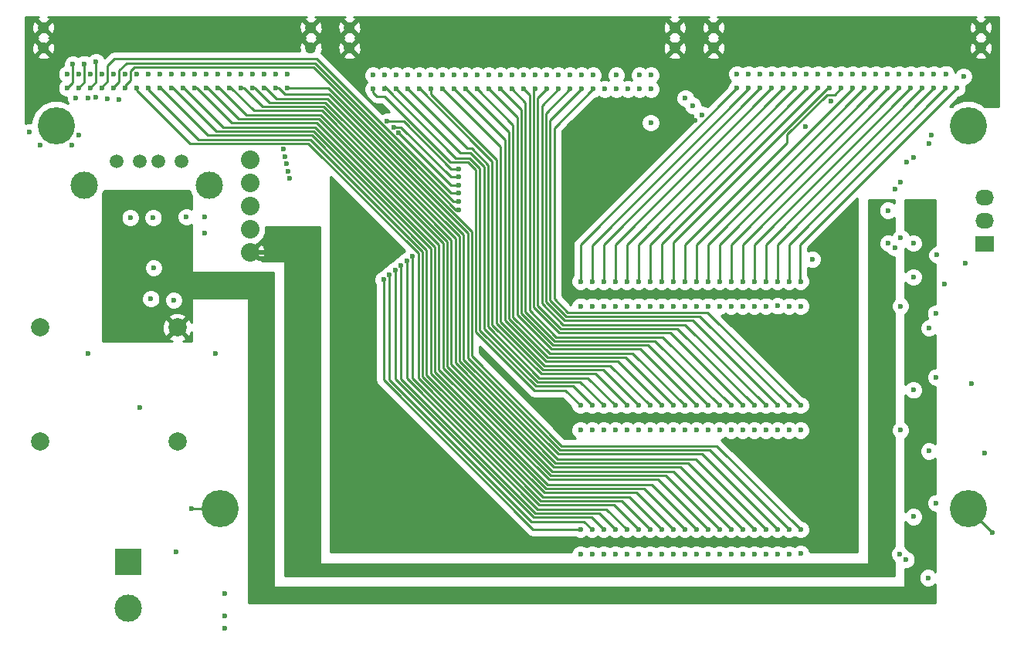
<source format=gbr>
G04 #@! TF.FileFunction,Copper,L2,Inr,Plane*
%FSLAX46Y46*%
G04 Gerber Fmt 4.6, Leading zero omitted, Abs format (unit mm)*
G04 Created by KiCad (PCBNEW 4.0.1-stable) date 2017-03-08 10:34:58 PM*
%MOMM*%
G01*
G04 APERTURE LIST*
%ADD10C,0.100000*%
%ADD11C,1.500000*%
%ADD12C,3.000000*%
%ADD13R,2.032000X1.727200*%
%ADD14O,2.032000X1.727200*%
%ADD15C,1.270000*%
%ADD16R,3.000000X3.000000*%
%ADD17C,2.000000*%
%ADD18C,2.032000*%
%ADD19C,4.064000*%
%ADD20C,0.600000*%
%ADD21C,0.500000*%
%ADD22C,0.250000*%
%ADD23C,0.254000*%
G04 APERTURE END LIST*
D10*
D11*
X63770000Y-47900000D03*
X61230000Y-47900000D03*
X59200000Y-47900000D03*
X56660000Y-47900000D03*
D12*
X66820000Y-50570000D03*
X53100000Y-50570000D03*
D13*
X151800000Y-57000000D03*
D14*
X151800000Y-54460000D03*
X151800000Y-51920000D03*
D15*
X77927400Y-33237000D03*
X48615800Y-33237000D03*
X77927400Y-35497600D03*
X48615800Y-35497600D03*
X151384200Y-33237000D03*
X122072600Y-33237000D03*
X151384200Y-35497600D03*
X122072600Y-35497600D03*
D16*
X57900000Y-91900000D03*
D12*
X57900000Y-96980000D03*
D15*
X117830800Y-33237000D03*
X82169200Y-33237000D03*
X117830800Y-35497600D03*
X82169200Y-35497600D03*
D17*
X63300000Y-78650000D03*
X63300000Y-66150000D03*
X48300000Y-78650000D03*
X48300000Y-66150000D03*
D18*
X71270000Y-57930000D03*
X71270000Y-55390000D03*
X71270000Y-52850000D03*
X71270000Y-50310000D03*
X71270000Y-47770000D03*
D19*
X50000000Y-44000000D03*
X150000000Y-44000000D03*
X150000000Y-86000000D03*
X68000000Y-86000000D03*
D20*
X132940000Y-58660000D03*
X115200000Y-43690000D03*
X144000000Y-56900000D03*
X144010000Y-47490000D03*
X144000000Y-73000000D03*
X144000000Y-86900000D03*
X144000000Y-60600000D03*
X112700000Y-39993400D03*
X117050000Y-43590000D03*
X118570000Y-43790000D03*
X120060000Y-43410000D03*
X141950000Y-57370000D03*
X60700000Y-59600000D03*
X58150320Y-54100000D03*
X141950000Y-50930000D03*
X143300000Y-48000000D03*
X62900000Y-63150000D03*
X64300000Y-54000000D03*
X136708400Y-63812980D03*
X135438400Y-63812980D03*
X134168400Y-63812980D03*
X136708400Y-77412980D03*
X143200000Y-91600000D03*
X112700000Y-38469400D03*
X110160000Y-38469400D03*
X120800000Y-42800000D03*
X110160000Y-39993400D03*
X146100000Y-54900000D03*
X146100000Y-54100000D03*
X64300000Y-55800000D03*
X142610000Y-56320000D03*
X142610000Y-50210000D03*
X142600000Y-77400000D03*
X142600000Y-63800000D03*
X142500000Y-91000000D03*
X111430000Y-38469400D03*
X139400000Y-61085020D03*
X139500000Y-52500000D03*
X111430000Y-39993400D03*
X119800000Y-41800000D03*
X146000000Y-45000000D03*
X147400000Y-61400000D03*
X139600000Y-74500000D03*
X139600000Y-88200000D03*
X73300000Y-57900000D03*
X73300000Y-58600000D03*
X73300000Y-57100000D03*
X141200000Y-53300000D03*
X141210000Y-56910000D03*
X113970000Y-38469400D03*
X72796600Y-39866400D03*
X129088400Y-88285020D03*
X74066600Y-39866400D03*
X130358400Y-88285020D03*
X131630000Y-88320000D03*
X75336600Y-39866400D03*
X62636600Y-39866400D03*
X118928400Y-88285020D03*
X63906600Y-39866400D03*
X120198400Y-88285020D03*
X66446600Y-39866400D03*
X122738400Y-88285020D03*
X65176600Y-39866400D03*
X121468400Y-88285020D03*
X126548400Y-88285020D03*
X70256600Y-39866400D03*
X71526600Y-39866400D03*
X127818400Y-88285020D03*
X68986600Y-39866400D03*
X125278400Y-88285020D03*
X67716600Y-39866400D03*
X124008400Y-88285020D03*
X94140000Y-53220000D03*
X89090000Y-58300000D03*
X113848400Y-88285020D03*
X57556600Y-39866400D03*
X58826600Y-39866400D03*
X115118400Y-88285020D03*
X61366600Y-39866400D03*
X117658400Y-88285020D03*
X60096600Y-39866400D03*
X116388400Y-88285020D03*
X94140000Y-51420000D03*
X87810000Y-59350000D03*
X111308400Y-88285020D03*
X55016600Y-39866400D03*
X88450000Y-58830000D03*
X112578400Y-88285020D03*
X94140000Y-52320000D03*
X56286600Y-39866400D03*
X94140000Y-50530000D03*
X54380000Y-37010000D03*
X53746600Y-39866400D03*
X87170000Y-59850000D03*
X110038400Y-88285020D03*
X87580000Y-44790000D03*
X146450000Y-64600000D03*
X146600000Y-58200000D03*
X146500000Y-71600000D03*
X146500000Y-85400000D03*
X71526600Y-38342400D03*
X127818400Y-91012980D03*
X72796600Y-38342400D03*
X129088400Y-91012980D03*
X75336600Y-38342400D03*
X131630000Y-90950000D03*
X74066600Y-38342400D03*
X130358400Y-91012980D03*
X61366600Y-38342400D03*
X117658400Y-91012980D03*
X62636600Y-38342400D03*
X118928400Y-91012980D03*
X65176600Y-38342400D03*
X121468400Y-91012980D03*
X63906600Y-38342400D03*
X120198400Y-91012980D03*
X110038400Y-91012980D03*
X75270000Y-48180000D03*
X53746600Y-38342400D03*
X54380000Y-40930000D03*
X111308400Y-91012980D03*
X75120000Y-47390000D03*
X55016600Y-38342400D03*
X55670000Y-41050000D03*
X108768400Y-91012980D03*
X53510000Y-40970000D03*
X75420000Y-48980000D03*
X52476600Y-38342400D03*
X107498400Y-91012980D03*
X52170000Y-41000000D03*
X75590000Y-49770000D03*
X51206600Y-38342400D03*
X112578400Y-91012980D03*
X56920000Y-41140000D03*
X74970000Y-46600000D03*
X56286600Y-38342400D03*
X57556600Y-38342400D03*
X113848400Y-91012980D03*
X60096600Y-38342400D03*
X116388400Y-91012980D03*
X58826600Y-38342400D03*
X115118400Y-91012980D03*
X94140000Y-48730000D03*
X51850000Y-37290000D03*
X86310000Y-43530000D03*
X51206600Y-39866400D03*
X85900000Y-60880000D03*
X107498400Y-88285020D03*
X86540000Y-60380000D03*
X94140000Y-49630000D03*
X108768400Y-88285020D03*
X52476600Y-39866400D03*
X87010000Y-44160000D03*
X53120000Y-37230000D03*
X66446600Y-38342400D03*
X122738400Y-91012980D03*
X67716600Y-38342400D03*
X124008400Y-91012980D03*
X70256600Y-38342400D03*
X126548400Y-91012980D03*
X68986600Y-38342400D03*
X125278400Y-91012980D03*
X102540000Y-39993400D03*
X125278400Y-74685020D03*
X103810000Y-39993400D03*
X126548400Y-74685020D03*
X106350000Y-39993400D03*
X129088400Y-74685020D03*
X105080000Y-39993400D03*
X127818400Y-74685020D03*
X131628400Y-74685020D03*
X108890000Y-39993400D03*
X107620000Y-39993400D03*
X130358400Y-74685020D03*
X125278400Y-77412980D03*
X102540000Y-38469400D03*
X103810000Y-38469400D03*
X126548400Y-77412980D03*
X106350000Y-38469400D03*
X129088400Y-77412980D03*
X105080000Y-38469400D03*
X127818400Y-77412980D03*
X131628400Y-77412980D03*
X108890000Y-38469400D03*
X107620000Y-38469400D03*
X130358400Y-77412980D03*
X97460000Y-38469400D03*
X120198400Y-77412980D03*
X98730000Y-38469400D03*
X121468400Y-77412980D03*
X101270000Y-38469400D03*
X124008400Y-77412980D03*
X100000000Y-38469400D03*
X122738400Y-77412980D03*
X97460000Y-39993400D03*
X120198400Y-74685020D03*
X98730000Y-39993400D03*
X121468400Y-74685020D03*
X101270000Y-39993400D03*
X124008400Y-74685020D03*
X100000000Y-39993400D03*
X122738400Y-74685020D03*
X94920000Y-39993400D03*
X117658400Y-74685020D03*
X96190000Y-39993400D03*
X118928400Y-74685020D03*
X87300000Y-39993400D03*
X110038400Y-74685020D03*
X88570000Y-39993400D03*
X111308400Y-74685020D03*
X108768400Y-74685020D03*
X86030000Y-39993400D03*
X112578400Y-74685020D03*
X89840000Y-39993400D03*
X91110000Y-39993400D03*
X113848400Y-74685020D03*
X93650000Y-39993400D03*
X116388400Y-74685020D03*
X115118400Y-74685020D03*
X92380000Y-39993400D03*
X94920000Y-38469400D03*
X117658400Y-77412980D03*
X96190000Y-38469400D03*
X118928400Y-77412980D03*
X87300000Y-38469400D03*
X110038400Y-77412980D03*
X88570000Y-38469400D03*
X111308400Y-77412980D03*
X86030000Y-38469400D03*
X108768400Y-77412980D03*
X84760000Y-38469400D03*
X107498400Y-77412980D03*
X89840000Y-38469400D03*
X112578400Y-77412980D03*
X91110000Y-38469400D03*
X113848400Y-77412980D03*
X116388400Y-77412980D03*
X93650000Y-38469400D03*
X92380000Y-38469400D03*
X115118400Y-77412980D03*
X107498400Y-74685020D03*
X84760000Y-39993400D03*
X142443400Y-39866400D03*
X125278400Y-61085020D03*
X126548400Y-61085020D03*
X143713400Y-39866400D03*
X129088400Y-61085020D03*
X146253400Y-39866400D03*
X144983400Y-39866400D03*
X127818400Y-61085020D03*
X131628400Y-61085020D03*
X148793400Y-39866400D03*
X147523400Y-39866400D03*
X130358400Y-61085020D03*
X142443400Y-38342400D03*
X125278400Y-63812980D03*
X143713400Y-38342400D03*
X126548400Y-63812980D03*
X146253400Y-38342400D03*
X129100000Y-63780000D03*
X144983400Y-38342400D03*
X127818400Y-63812980D03*
X131628400Y-63812980D03*
X149500000Y-38600000D03*
X130358400Y-63812980D03*
X147550000Y-38325000D03*
X137363400Y-38342400D03*
X120198400Y-63812980D03*
X138633400Y-38342400D03*
X121468400Y-63812980D03*
X141173400Y-38342400D03*
X124008400Y-63812980D03*
X139903400Y-38342400D03*
X122740000Y-63810000D03*
X120198400Y-61085020D03*
X137363400Y-39866400D03*
X121468400Y-61085020D03*
X138633400Y-39866400D03*
X141173400Y-39866400D03*
X124008400Y-61085020D03*
X139903400Y-39866400D03*
X122738400Y-61085020D03*
X117658400Y-61085020D03*
X134823400Y-39866400D03*
X136093400Y-39866400D03*
X118928400Y-61085020D03*
X110038400Y-61085020D03*
X127203400Y-39866400D03*
X111308400Y-61085020D03*
X128473400Y-39866400D03*
X108768400Y-61085020D03*
X125933400Y-39866400D03*
X112578400Y-61085020D03*
X129743400Y-39866400D03*
X113848400Y-61085020D03*
X131013400Y-39866400D03*
X116388400Y-61085020D03*
X133553400Y-39866400D03*
X115118400Y-61085020D03*
X132283400Y-39866400D03*
X117658400Y-63812980D03*
X134823400Y-38342400D03*
X136093400Y-38342400D03*
X118928400Y-63812980D03*
X127203400Y-38342400D03*
X110038400Y-63812980D03*
X128473400Y-38342400D03*
X111308400Y-63812980D03*
X125933400Y-38342400D03*
X108768400Y-63812980D03*
X107498400Y-63812980D03*
X124663400Y-38342400D03*
X129743400Y-38342400D03*
X112578400Y-63812980D03*
X113848400Y-63812980D03*
X131013400Y-38342400D03*
X133553400Y-38342400D03*
X116388400Y-63812980D03*
X115118400Y-63812980D03*
X132283400Y-38342400D03*
X107498400Y-61085020D03*
X124663400Y-39866400D03*
X113970000Y-39993400D03*
X119000000Y-41000000D03*
X135000000Y-41300000D03*
X132200000Y-44100000D03*
X151800000Y-79900000D03*
X150400000Y-72300000D03*
X149700000Y-59100000D03*
X145700000Y-46000000D03*
X145700000Y-79700000D03*
X145700000Y-66200000D03*
X145600000Y-93600000D03*
X152670000Y-88660000D03*
X64860000Y-86010000D03*
X63200000Y-90800000D03*
X68494000Y-95295000D03*
X48300000Y-46100000D03*
X51700000Y-46100000D03*
X52500000Y-45000000D03*
X47100000Y-44700000D03*
X66300000Y-55800000D03*
X66300000Y-54000000D03*
X53510000Y-69000000D03*
X67480000Y-69000000D03*
X60400000Y-63000000D03*
X59200000Y-74900000D03*
X60649680Y-54100000D03*
X68500000Y-99100000D03*
X68500000Y-97800000D03*
X115240000Y-38469400D03*
X115240000Y-39993400D03*
D21*
X72200000Y-58600000D02*
X73300000Y-58600000D01*
X72200000Y-58600000D02*
X71530000Y-57930000D01*
X71270000Y-57930000D02*
X71530000Y-57930000D01*
X73300000Y-57100000D02*
X73300000Y-57900000D01*
X73270000Y-57930000D02*
X73300000Y-57900000D01*
X73270000Y-57930000D02*
X71270000Y-57930000D01*
D22*
X72796600Y-39866400D02*
X73026400Y-39866400D01*
X120833384Y-80030004D02*
X129088400Y-88285020D01*
X105047208Y-80030004D02*
X120833384Y-80030004D01*
X94679982Y-69662778D02*
X105047208Y-80030004D01*
X94679982Y-55972792D02*
X94679982Y-69662778D01*
X79727192Y-41020002D02*
X94679982Y-55972792D01*
X74180002Y-41020002D02*
X79727192Y-41020002D01*
X73026400Y-39866400D02*
X74180002Y-41020002D01*
X74066600Y-39866400D02*
X74406400Y-39866400D01*
X121653382Y-79580002D02*
X130358400Y-88285020D01*
X105233604Y-79580002D02*
X121653382Y-79580002D01*
X95129984Y-69476382D02*
X105233604Y-79580002D01*
X95129984Y-55786396D02*
X95129984Y-69476382D01*
X79913588Y-40570000D02*
X95129984Y-55786396D01*
X75110000Y-40570000D02*
X79913588Y-40570000D01*
X74406400Y-39866400D02*
X75110000Y-40570000D01*
X122440000Y-79130000D02*
X131630000Y-88320000D01*
X79846386Y-39866400D02*
X95579986Y-55600000D01*
X95579986Y-55600000D02*
X95579986Y-69289986D01*
X95579986Y-69289986D02*
X105420000Y-79130000D01*
X105420000Y-79130000D02*
X122440000Y-79130000D01*
X75336600Y-39866400D02*
X79846386Y-39866400D01*
X62636600Y-39866400D02*
X62806400Y-39866400D01*
X114463382Y-83820002D02*
X118928400Y-88285020D01*
X103713604Y-83820002D02*
X114463382Y-83820002D01*
X91079966Y-71186364D02*
X103713604Y-83820002D01*
X91079966Y-57463960D02*
X91079966Y-71186364D01*
X78236024Y-44620018D02*
X91079966Y-57463960D01*
X67560018Y-44620018D02*
X78236024Y-44620018D01*
X62806400Y-39866400D02*
X67560018Y-44620018D01*
X63906600Y-39866400D02*
X64006400Y-39866400D01*
X115283380Y-83370000D02*
X120198400Y-88285020D01*
X103900000Y-83370000D02*
X115283380Y-83370000D01*
X91529968Y-70999968D02*
X103900000Y-83370000D01*
X91529968Y-57277564D02*
X91529968Y-70999968D01*
X78422420Y-44170016D02*
X91529968Y-57277564D01*
X68310016Y-44170016D02*
X78422420Y-44170016D01*
X64006400Y-39866400D02*
X68310016Y-44170016D01*
X66446600Y-39866400D02*
X66646400Y-39866400D01*
X116833388Y-82380008D02*
X122738400Y-88285020D01*
X104215222Y-82380008D02*
X116833388Y-82380008D01*
X92429972Y-70594758D02*
X104215222Y-82380008D01*
X92429972Y-56904772D02*
X92429972Y-70594758D01*
X78795212Y-43270012D02*
X92429972Y-56904772D01*
X70050012Y-43270012D02*
X78795212Y-43270012D01*
X66646400Y-39866400D02*
X70050012Y-43270012D01*
X65176600Y-39866400D02*
X65416400Y-39866400D01*
X116013390Y-82830010D02*
X121468400Y-88285020D01*
X104028826Y-82830010D02*
X116013390Y-82830010D01*
X91979970Y-70781154D02*
X104028826Y-82830010D01*
X91979970Y-57091168D02*
X91979970Y-70781154D01*
X78608816Y-43720014D02*
X91979970Y-57091168D01*
X69270014Y-43720014D02*
X78608816Y-43720014D01*
X65416400Y-39866400D02*
X69270014Y-43720014D01*
X104774410Y-81030002D02*
X119293382Y-81030002D01*
X70596400Y-39866400D02*
X72650006Y-41920006D01*
X72650006Y-41920006D02*
X79354400Y-41920006D01*
X79354400Y-41920006D02*
X93779978Y-56345584D01*
X93779978Y-56345584D02*
X93779978Y-70035570D01*
X93779978Y-70035570D02*
X104774410Y-81030002D01*
X70256600Y-39866400D02*
X70596400Y-39866400D01*
X119293382Y-81030002D02*
X126548400Y-88285020D01*
X71526600Y-39866400D02*
X71786400Y-39866400D01*
X120113380Y-80580000D02*
X127818400Y-88285020D01*
X104960806Y-80580000D02*
X120113380Y-80580000D01*
X94229980Y-69849174D02*
X104960806Y-80580000D01*
X94229980Y-56159188D02*
X94229980Y-69849174D01*
X79540796Y-41470004D02*
X94229980Y-56159188D01*
X73390004Y-41470004D02*
X79540796Y-41470004D01*
X71786400Y-39866400D02*
X73390004Y-41470004D01*
X68986600Y-39866400D02*
X69216400Y-39866400D01*
X118473384Y-81480004D02*
X125278400Y-88285020D01*
X104588014Y-81480004D02*
X118473384Y-81480004D01*
X93329976Y-70221966D02*
X104588014Y-81480004D01*
X93329976Y-56531980D02*
X93329976Y-70221966D01*
X79168004Y-42370008D02*
X93329976Y-56531980D01*
X71720008Y-42370008D02*
X79168004Y-42370008D01*
X69216400Y-39866400D02*
X71720008Y-42370008D01*
X67716600Y-39866400D02*
X67946400Y-39866400D01*
X117653386Y-81930006D02*
X124008400Y-88285020D01*
X104401618Y-81930006D02*
X117653386Y-81930006D01*
X92879974Y-70408362D02*
X104401618Y-81930006D01*
X92879974Y-56718376D02*
X92879974Y-70408362D01*
X78981608Y-42820010D02*
X92879974Y-56718376D01*
X70900010Y-42820010D02*
X78981608Y-42820010D01*
X67946400Y-39866400D02*
X70900010Y-42820010D01*
X94140000Y-53220000D02*
X93836384Y-53220000D01*
X57556600Y-39633400D02*
X57556600Y-39866400D01*
X78206384Y-37590000D02*
X88866384Y-48250000D01*
X58600000Y-37590000D02*
X78206384Y-37590000D01*
X58200000Y-37990000D02*
X58600000Y-37590000D01*
X58200000Y-38990000D02*
X58200000Y-37990000D01*
X57556600Y-39633400D02*
X58200000Y-38990000D01*
X93836384Y-53220000D02*
X88866384Y-48250000D01*
X89090000Y-58300000D02*
X89090000Y-71741990D01*
X89090000Y-71741990D02*
X102968020Y-85620010D01*
X102968020Y-85620010D02*
X111183390Y-85620010D01*
X111183390Y-85620010D02*
X113848400Y-88285020D01*
X57556600Y-39866400D02*
X57556600Y-39866600D01*
X58826600Y-39866400D02*
X58826600Y-40116600D01*
X112003388Y-85170008D02*
X115118400Y-88285020D01*
X103154416Y-85170008D02*
X112003388Y-85170008D01*
X89729960Y-71745552D02*
X103154416Y-85170008D01*
X89729960Y-58023148D02*
X89729960Y-71745552D01*
X77676836Y-45970024D02*
X89729960Y-58023148D01*
X64680024Y-45970024D02*
X77676836Y-45970024D01*
X58826600Y-40116600D02*
X64680024Y-45970024D01*
X61366600Y-39866400D02*
X61466400Y-39866400D01*
X113643384Y-84270004D02*
X117658400Y-88285020D01*
X103527208Y-84270004D02*
X113643384Y-84270004D01*
X90629964Y-71372760D02*
X103527208Y-84270004D01*
X90629964Y-57650356D02*
X90629964Y-71372760D01*
X78049628Y-45070020D02*
X90629964Y-57650356D01*
X66670020Y-45070020D02*
X78049628Y-45070020D01*
X61466400Y-39866400D02*
X66670020Y-45070020D01*
X60096600Y-39866400D02*
X60096600Y-40016600D01*
X112823386Y-84720006D02*
X116388400Y-88285020D01*
X103340812Y-84720006D02*
X112823386Y-84720006D01*
X90179962Y-71559156D02*
X103340812Y-84720006D01*
X90179962Y-57836752D02*
X90179962Y-71559156D01*
X77863232Y-45520022D02*
X90179962Y-57836752D01*
X65600022Y-45520022D02*
X77863232Y-45520022D01*
X60096600Y-40016600D02*
X65600022Y-45520022D01*
X94140000Y-51420000D02*
X93309180Y-51420000D01*
X87810000Y-71770000D02*
X102560014Y-86520014D01*
X102560014Y-86520014D02*
X109543394Y-86520014D01*
X109543394Y-86520014D02*
X111308400Y-88285020D01*
X87810000Y-59350000D02*
X87810000Y-71770000D01*
X93309180Y-51420000D02*
X88099590Y-46210410D01*
X55016600Y-39753400D02*
X55650000Y-39120000D01*
X55650000Y-39120000D02*
X55650000Y-37430000D01*
X55650000Y-37430000D02*
X56390004Y-36689996D01*
X56390004Y-36689996D02*
X78579176Y-36689996D01*
X55016600Y-39866400D02*
X55016600Y-39753400D01*
X78579176Y-36689996D02*
X88099590Y-46210410D01*
X94140000Y-52320000D02*
X93572782Y-52320000D01*
X88450000Y-71738388D02*
X102781624Y-86070012D01*
X102781624Y-86070012D02*
X110363392Y-86070012D01*
X110363392Y-86070012D02*
X112578400Y-88285020D01*
X88450000Y-58830000D02*
X88450000Y-71738388D01*
X56286600Y-39866400D02*
X56286600Y-39823400D01*
X57730002Y-37139998D02*
X78392780Y-37139998D01*
X56920000Y-37950000D02*
X57730002Y-37139998D01*
X56920000Y-39190000D02*
X56920000Y-37950000D01*
X56286600Y-39823400D02*
X56920000Y-39190000D01*
X78392780Y-37139998D02*
X88492782Y-47240000D01*
X93572782Y-52320000D02*
X88492782Y-47240000D01*
X94140000Y-50530000D02*
X93320000Y-50530000D01*
X87170000Y-71766398D02*
X102373618Y-86970016D01*
X102373618Y-86970016D02*
X108723396Y-86970016D01*
X108723396Y-86970016D02*
X110038400Y-88285020D01*
X53746600Y-39853400D02*
X54380000Y-39220000D01*
X54380000Y-39220000D02*
X54380000Y-37010000D01*
X53746600Y-39866400D02*
X53746600Y-39853400D01*
X87170000Y-59850000D02*
X87170000Y-71766398D01*
X93320000Y-50530000D02*
X87580000Y-44790000D01*
X127820000Y-91014580D02*
X127818400Y-91012980D01*
X127820000Y-91014580D02*
X127820000Y-91020000D01*
X129090000Y-91014580D02*
X129088400Y-91012980D01*
X129090000Y-91014580D02*
X129090000Y-91020000D01*
X130360000Y-91014580D02*
X130358400Y-91012980D01*
X130360000Y-91014580D02*
X130360000Y-91020000D01*
X117660000Y-91011380D02*
X117658400Y-91012980D01*
X117660000Y-91011380D02*
X117660000Y-91000000D01*
X118940000Y-91001380D02*
X118928400Y-91012980D01*
X118940000Y-91001380D02*
X118940000Y-91000000D01*
X121460000Y-91004580D02*
X121468400Y-91012980D01*
X121460000Y-91004580D02*
X121460000Y-91000000D01*
X120200000Y-91011380D02*
X120198400Y-91012980D01*
X120200000Y-91011380D02*
X120200000Y-91000000D01*
X110030000Y-91010000D02*
X110035420Y-91010000D01*
X110035420Y-91010000D02*
X110038400Y-91012980D01*
X111310000Y-91010000D02*
X111310000Y-91011380D01*
X111310000Y-91011380D02*
X111308400Y-91012980D01*
X108770000Y-91011380D02*
X108768400Y-91012980D01*
X108770000Y-91010000D02*
X108770000Y-91011380D01*
X107490000Y-91010000D02*
X107495420Y-91010000D01*
X107495420Y-91010000D02*
X107498400Y-91012980D01*
X112570000Y-91010000D02*
X112575420Y-91010000D01*
X112575420Y-91010000D02*
X112578400Y-91012980D01*
X113860000Y-91001380D02*
X113848400Y-91012980D01*
X113860000Y-91001380D02*
X113860000Y-91000000D01*
X116400000Y-91001380D02*
X116388400Y-91012980D01*
X116400000Y-91001380D02*
X116400000Y-91000000D01*
X115110000Y-91004580D02*
X115118400Y-91012980D01*
X115110000Y-91004580D02*
X115110000Y-91000000D01*
X86310000Y-43530000D02*
X88100000Y-43530000D01*
X85900000Y-71886398D02*
X102298622Y-88285020D01*
X102298622Y-88285020D02*
X107498400Y-88285020D01*
X51213600Y-39866400D02*
X51840000Y-39240000D01*
X51840000Y-39240000D02*
X51840000Y-37300000D01*
X51840000Y-37300000D02*
X51850000Y-37290000D01*
X51206600Y-39866400D02*
X51213600Y-39866400D01*
X85900000Y-60880000D02*
X85900000Y-71886398D01*
X93300000Y-48730000D02*
X94140000Y-48730000D01*
X88100000Y-43530000D02*
X93300000Y-48730000D01*
X94140000Y-49630000D02*
X93310000Y-49630000D01*
X86540000Y-71890000D02*
X102070018Y-87420018D01*
X102070018Y-87420018D02*
X107903398Y-87420018D01*
X107903398Y-87420018D02*
X108768400Y-88285020D01*
X86540000Y-60380000D02*
X86540000Y-71890000D01*
X93310000Y-49630000D02*
X87840000Y-44160000D01*
X87840000Y-44160000D02*
X87010000Y-44160000D01*
X52476600Y-39866400D02*
X52476600Y-39853400D01*
X53120000Y-39210000D02*
X53120000Y-37230000D01*
X52476600Y-39853400D02*
X53120000Y-39210000D01*
X122740000Y-91011380D02*
X122738400Y-91012980D01*
X122740000Y-91011380D02*
X122740000Y-91000000D01*
X124000000Y-91004580D02*
X124008400Y-91012980D01*
X124000000Y-91004580D02*
X124000000Y-91000000D01*
X126550000Y-91014580D02*
X126548400Y-91012980D01*
X126550000Y-91014580D02*
X126550000Y-91020000D01*
X125271380Y-91020000D02*
X125278400Y-91012980D01*
X125271380Y-91020000D02*
X125270000Y-91020000D01*
X102359990Y-54130010D02*
X102359990Y-40173410D01*
X102359990Y-54130010D02*
X102359990Y-63905582D01*
X102359990Y-63905582D02*
X105184418Y-66730010D01*
X105184418Y-66730010D02*
X117323390Y-66730010D01*
X117323390Y-66730010D02*
X125278400Y-74685020D01*
X102359990Y-40173410D02*
X102540000Y-39993400D01*
X102809992Y-55200008D02*
X102809992Y-40993408D01*
X102809992Y-55200008D02*
X102809992Y-63719186D01*
X102809992Y-63719186D02*
X105370814Y-66280008D01*
X105370814Y-66280008D02*
X118143388Y-66280008D01*
X118143388Y-66280008D02*
X126548400Y-74685020D01*
X102809992Y-40993408D02*
X103810000Y-39993400D01*
X103709996Y-56850004D02*
X103709996Y-42633404D01*
X103709996Y-56850004D02*
X103709996Y-63346394D01*
X103709996Y-63346394D02*
X105743606Y-65380004D01*
X105743606Y-65380004D02*
X119783384Y-65380004D01*
X119783384Y-65380004D02*
X129088400Y-74685020D01*
X103709996Y-42633404D02*
X106350000Y-39993400D01*
X103259994Y-55960006D02*
X103259994Y-41813406D01*
X103259994Y-55960006D02*
X103259994Y-63532790D01*
X103259994Y-63532790D02*
X105557210Y-65830006D01*
X105557210Y-65830006D02*
X118963386Y-65830006D01*
X118963386Y-65830006D02*
X127818400Y-74685020D01*
X103259994Y-41813406D02*
X105080000Y-39993400D01*
X104610000Y-58580000D02*
X104610000Y-44273400D01*
X104610000Y-58580000D02*
X104610000Y-62970000D01*
X104610000Y-62970000D02*
X106120000Y-64480000D01*
X106120000Y-64480000D02*
X121423380Y-64480000D01*
X121423380Y-64480000D02*
X131628400Y-74685020D01*
X104610000Y-44273400D02*
X108890000Y-39993400D01*
X104159998Y-57900000D02*
X104159998Y-43453402D01*
X104159998Y-43453402D02*
X107620000Y-39993400D01*
X120603382Y-64930002D02*
X130358400Y-74685020D01*
X105930002Y-64930002D02*
X120603382Y-64930002D01*
X104159998Y-63159998D02*
X105930002Y-64930002D01*
X104159998Y-57800002D02*
X104159998Y-57900000D01*
X104159998Y-57900000D02*
X104159998Y-63159998D01*
X100559982Y-50500000D02*
X100559982Y-43093382D01*
X100559982Y-43093382D02*
X97460000Y-39993400D01*
X100559982Y-50390018D02*
X100559982Y-50500000D01*
X100559982Y-50500000D02*
X100559982Y-64789176D01*
X100559982Y-64789176D02*
X104300824Y-68530018D01*
X114043398Y-68530018D02*
X120198400Y-74685020D01*
X104300824Y-68530018D02*
X114043398Y-68530018D01*
X101009984Y-51510016D02*
X101009984Y-42273384D01*
X104487220Y-68080016D02*
X114863396Y-68080016D01*
X114863396Y-68080016D02*
X121468400Y-74685020D01*
X101009984Y-64602780D02*
X104487220Y-68080016D01*
X101009984Y-51510016D02*
X101009984Y-64602780D01*
X101009984Y-42273384D02*
X98730000Y-39993400D01*
X101909988Y-53270012D02*
X101909988Y-40633388D01*
X104860012Y-67180012D02*
X116503392Y-67180012D01*
X116503392Y-67180012D02*
X124008400Y-74685020D01*
X101909988Y-64229988D02*
X104860012Y-67180012D01*
X101909988Y-53270012D02*
X101909988Y-64229988D01*
X101909988Y-40633388D02*
X101270000Y-39993400D01*
X101459986Y-52500000D02*
X101459986Y-41453386D01*
X101459986Y-41453386D02*
X100000000Y-39993400D01*
X101459986Y-52460014D02*
X101459986Y-52500000D01*
X101459986Y-52500000D02*
X101459986Y-64416384D01*
X101459986Y-64416384D02*
X104673616Y-67630014D01*
X115683394Y-67630014D02*
X122738400Y-74685020D01*
X104673616Y-67630014D02*
X115683394Y-67630014D01*
X99659978Y-48530022D02*
X99659978Y-44733378D01*
X103923624Y-69430022D02*
X112403402Y-69430022D01*
X112403402Y-69430022D02*
X117658400Y-74685020D01*
X99659978Y-65166376D02*
X103923624Y-69430022D01*
X99659978Y-48530022D02*
X99659978Y-65166376D01*
X99659978Y-44733378D02*
X94920000Y-39993400D01*
X100109980Y-49400000D02*
X100109980Y-43913380D01*
X100109980Y-43913380D02*
X96190000Y-39993400D01*
X100109980Y-49390020D02*
X100109980Y-49400000D01*
X100109980Y-49400000D02*
X100109980Y-64979980D01*
X100109980Y-64979980D02*
X104110020Y-68980020D01*
X113223400Y-68980020D02*
X118928400Y-74685020D01*
X104110020Y-68980020D02*
X113223400Y-68980020D01*
X87300000Y-39993400D02*
X87300000Y-39999996D01*
X94300004Y-47000000D02*
X95437200Y-47000000D01*
X87300000Y-39999996D02*
X94300004Y-47000000D01*
X107483414Y-72130034D02*
X110038400Y-74685020D01*
X102805248Y-72130034D02*
X107483414Y-72130034D01*
X96929992Y-66254778D02*
X102805248Y-72130034D01*
X96929992Y-48492792D02*
X96929992Y-66254778D01*
X95437200Y-47000000D02*
X96929992Y-48492792D01*
X88570000Y-39993400D02*
X88593400Y-39993400D01*
X97379994Y-48306396D02*
X97379994Y-66068382D01*
X97379994Y-66068382D02*
X102991644Y-71680032D01*
X102991644Y-71680032D02*
X108303412Y-71680032D01*
X108303412Y-71680032D02*
X111308400Y-74685020D01*
X95573598Y-46500000D02*
X97379994Y-48306396D01*
X95100000Y-46500000D02*
X95573598Y-46500000D01*
X88593400Y-39993400D02*
X95100000Y-46500000D01*
X95350800Y-47549998D02*
X96479990Y-48679188D01*
X96479990Y-48679188D02*
X96479990Y-66441174D01*
X96479990Y-66441174D02*
X102618852Y-72580036D01*
X102618852Y-72580036D02*
X106663416Y-72580036D01*
X106663416Y-72580036D02*
X108768400Y-74685020D01*
X86030000Y-39730000D02*
X93849998Y-47549998D01*
X93849998Y-47549998D02*
X95350800Y-47549998D01*
X86030000Y-39993400D02*
X86030000Y-39730000D01*
X97829996Y-48120000D02*
X97829996Y-47929996D01*
X89893400Y-39993400D02*
X96190000Y-46290000D01*
X109123410Y-71230030D02*
X112578400Y-74685020D01*
X103178040Y-71230030D02*
X109123410Y-71230030D01*
X97829996Y-65881986D02*
X103178040Y-71230030D01*
X97829996Y-48120000D02*
X97829996Y-65881986D01*
X89840000Y-39993400D02*
X89893400Y-39993400D01*
X97829996Y-47929996D02*
X96190000Y-46290000D01*
X91110000Y-39993400D02*
X91110000Y-40540002D01*
X98279998Y-65695590D02*
X103364436Y-70780028D01*
X103364436Y-70780028D02*
X109943408Y-70780028D01*
X109943408Y-70780028D02*
X113848400Y-74685020D01*
X98279998Y-47710000D02*
X98279998Y-65695590D01*
X97460000Y-46890002D02*
X98279998Y-47710000D01*
X91110000Y-40540002D02*
X97460000Y-46890002D01*
X99209976Y-48000000D02*
X99209976Y-45553376D01*
X99209976Y-45553376D02*
X93650000Y-39993400D01*
X99209976Y-47950024D02*
X99209976Y-48000000D01*
X99209976Y-48000000D02*
X99209976Y-65352772D01*
X99209976Y-65352772D02*
X103737228Y-69880024D01*
X111583404Y-69880024D02*
X116388400Y-74685020D01*
X103737228Y-69880024D02*
X111583404Y-69880024D01*
X98730000Y-65509194D02*
X98730000Y-46343400D01*
X110763406Y-70330026D02*
X115118400Y-74685020D01*
X103550832Y-70330026D02*
X110763406Y-70330026D01*
X98730000Y-65509194D02*
X103550832Y-70330026D01*
X98730000Y-46343400D02*
X92380000Y-39993400D01*
X84760000Y-39993400D02*
X84760000Y-40360000D01*
X96029988Y-48865584D02*
X96029988Y-66627570D01*
X96029988Y-66627570D02*
X102432456Y-73030038D01*
X102432456Y-73030038D02*
X105843418Y-73030038D01*
X105843418Y-73030038D02*
X107498400Y-74685020D01*
X95164404Y-48000000D02*
X96029988Y-48865584D01*
X93206398Y-48000000D02*
X95164404Y-48000000D01*
X86006398Y-40800000D02*
X93206398Y-48000000D01*
X85200000Y-40800000D02*
X86006398Y-40800000D01*
X84760000Y-40360000D02*
X85200000Y-40800000D01*
X125278400Y-61085020D02*
X125278400Y-57031400D01*
X125278400Y-57031400D02*
X142443400Y-39866400D01*
X126548400Y-61085020D02*
X126548400Y-57031400D01*
X126548400Y-57031400D02*
X143713400Y-39866400D01*
X129088400Y-61085020D02*
X129088400Y-57031400D01*
X129088400Y-57031400D02*
X146253400Y-39866400D01*
X127818400Y-61085020D02*
X127818400Y-57031400D01*
X127818400Y-57031400D02*
X144983400Y-39866400D01*
X131600000Y-61000000D02*
X131600000Y-57059800D01*
X131600000Y-57059800D02*
X148793400Y-39866400D01*
X130358400Y-61085020D02*
X130358400Y-57031400D01*
X130358400Y-57031400D02*
X147523400Y-39866400D01*
X137363400Y-39936600D02*
X120198400Y-57101600D01*
X120198400Y-57101600D02*
X120198400Y-61085020D01*
X137363400Y-39866400D02*
X137363400Y-39936600D01*
X121468400Y-57031400D02*
X138633400Y-39866400D01*
X121468400Y-61085020D02*
X121468400Y-57031400D01*
X124008400Y-61085020D02*
X124008400Y-57031400D01*
X124008400Y-57031400D02*
X141173400Y-39866400D01*
X122738400Y-61085020D02*
X122738400Y-57031400D01*
X122738400Y-57031400D02*
X139903400Y-39866400D01*
X134823400Y-39866400D02*
X134633600Y-39866400D01*
X117658400Y-56841600D02*
X117658400Y-61085020D01*
X134633600Y-39866400D02*
X117658400Y-56841600D01*
X130150000Y-45850000D02*
X130150000Y-44986398D01*
X134536398Y-40600000D02*
X135400000Y-40600000D01*
X130150000Y-44986398D02*
X134536398Y-40600000D01*
X136093400Y-39906600D02*
X135400000Y-40600000D01*
X136093400Y-39866400D02*
X136093400Y-39906600D01*
X130150000Y-45850000D02*
X118928400Y-57071600D01*
X118928400Y-57071600D02*
X118928400Y-61085020D01*
X110038400Y-61085020D02*
X110038400Y-57031400D01*
X110038400Y-57031400D02*
X127203400Y-39866400D01*
X111308400Y-61085020D02*
X111308400Y-57031400D01*
X111308400Y-57031400D02*
X128473400Y-39866400D01*
X108768400Y-61085020D02*
X108768400Y-57131600D01*
X125933400Y-39966600D02*
X125933400Y-39866400D01*
X108768400Y-57131600D02*
X125933400Y-39966600D01*
X112578400Y-61085020D02*
X112578400Y-57031400D01*
X112578400Y-57031400D02*
X129743400Y-39866400D01*
X113848400Y-61085020D02*
X113848400Y-57031400D01*
X113848400Y-57031400D02*
X131013400Y-39866400D01*
X133553400Y-39866400D02*
X133533600Y-39866400D01*
X116388400Y-57011600D02*
X116388400Y-61085020D01*
X133533600Y-39866400D02*
X116388400Y-57011600D01*
X115118400Y-61085020D02*
X115118400Y-57031400D01*
X115118400Y-57031400D02*
X132283400Y-39866400D01*
X107498400Y-61085020D02*
X107498400Y-57031400D01*
X107498400Y-57031400D02*
X124663400Y-39866400D01*
X150000000Y-86000000D02*
X150010000Y-86000000D01*
X150010000Y-86000000D02*
X152670000Y-88660000D01*
X68000000Y-86000000D02*
X64870000Y-86000000D01*
X64870000Y-86000000D02*
X64860000Y-86010000D01*
D23*
G36*
X47961103Y-32119821D02*
X47907272Y-32348867D01*
X48615800Y-33057395D01*
X49324328Y-32348867D01*
X49270497Y-32119821D01*
X49074879Y-32052000D01*
X77436437Y-32052000D01*
X77272703Y-32119821D01*
X77218872Y-32348867D01*
X77927400Y-33057395D01*
X78635928Y-32348867D01*
X78582097Y-32119821D01*
X78386479Y-32052000D01*
X81678237Y-32052000D01*
X81514503Y-32119821D01*
X81460672Y-32348867D01*
X82169200Y-33057395D01*
X82877728Y-32348867D01*
X82823897Y-32119821D01*
X82628279Y-32052000D01*
X117339837Y-32052000D01*
X117176103Y-32119821D01*
X117122272Y-32348867D01*
X117830800Y-33057395D01*
X118539328Y-32348867D01*
X118485497Y-32119821D01*
X118289879Y-32052000D01*
X121581637Y-32052000D01*
X121417903Y-32119821D01*
X121364072Y-32348867D01*
X122072600Y-33057395D01*
X122781128Y-32348867D01*
X122727297Y-32119821D01*
X122531679Y-32052000D01*
X150893237Y-32052000D01*
X150729503Y-32119821D01*
X150675672Y-32348867D01*
X151384200Y-33057395D01*
X152092728Y-32348867D01*
X152038897Y-32119821D01*
X151843279Y-32052000D01*
X153338100Y-32052000D01*
X153338100Y-41873000D01*
X151775124Y-41873000D01*
X151564888Y-41662397D01*
X150551207Y-41241480D01*
X149453609Y-41240522D01*
X148439194Y-41659670D01*
X148225491Y-41873000D01*
X147991710Y-41873000D01*
X148971154Y-40893556D01*
X148996787Y-40893578D01*
X149374389Y-40737556D01*
X149663540Y-40448908D01*
X149820221Y-40071579D01*
X149820578Y-39663013D01*
X149790841Y-39591043D01*
X150080989Y-39471156D01*
X150370140Y-39182508D01*
X150526821Y-38805179D01*
X150527178Y-38396613D01*
X150371156Y-38019011D01*
X150082508Y-37729860D01*
X149705179Y-37573179D01*
X149296613Y-37572822D01*
X148919011Y-37728844D01*
X148629860Y-38017492D01*
X148577158Y-38144412D01*
X148577178Y-38121613D01*
X148421156Y-37744011D01*
X148132508Y-37454860D01*
X147755179Y-37298179D01*
X147346613Y-37297822D01*
X146969011Y-37453844D01*
X146893136Y-37529587D01*
X146835908Y-37472260D01*
X146458579Y-37315579D01*
X146050013Y-37315222D01*
X145672411Y-37471244D01*
X145618559Y-37525003D01*
X145565908Y-37472260D01*
X145188579Y-37315579D01*
X144780013Y-37315222D01*
X144402411Y-37471244D01*
X144348559Y-37525003D01*
X144295908Y-37472260D01*
X143918579Y-37315579D01*
X143510013Y-37315222D01*
X143132411Y-37471244D01*
X143078559Y-37525003D01*
X143025908Y-37472260D01*
X142648579Y-37315579D01*
X142240013Y-37315222D01*
X141862411Y-37471244D01*
X141808559Y-37525003D01*
X141755908Y-37472260D01*
X141378579Y-37315579D01*
X140970013Y-37315222D01*
X140592411Y-37471244D01*
X140538559Y-37525003D01*
X140485908Y-37472260D01*
X140108579Y-37315579D01*
X139700013Y-37315222D01*
X139322411Y-37471244D01*
X139268559Y-37525003D01*
X139215908Y-37472260D01*
X138838579Y-37315579D01*
X138430013Y-37315222D01*
X138052411Y-37471244D01*
X137998559Y-37525003D01*
X137945908Y-37472260D01*
X137568579Y-37315579D01*
X137160013Y-37315222D01*
X136782411Y-37471244D01*
X136728559Y-37525003D01*
X136675908Y-37472260D01*
X136298579Y-37315579D01*
X135890013Y-37315222D01*
X135512411Y-37471244D01*
X135458559Y-37525003D01*
X135405908Y-37472260D01*
X135028579Y-37315579D01*
X134620013Y-37315222D01*
X134242411Y-37471244D01*
X134188559Y-37525003D01*
X134135908Y-37472260D01*
X133758579Y-37315579D01*
X133350013Y-37315222D01*
X132972411Y-37471244D01*
X132918559Y-37525003D01*
X132865908Y-37472260D01*
X132488579Y-37315579D01*
X132080013Y-37315222D01*
X131702411Y-37471244D01*
X131648559Y-37525003D01*
X131595908Y-37472260D01*
X131218579Y-37315579D01*
X130810013Y-37315222D01*
X130432411Y-37471244D01*
X130378559Y-37525003D01*
X130325908Y-37472260D01*
X129948579Y-37315579D01*
X129540013Y-37315222D01*
X129162411Y-37471244D01*
X129108559Y-37525003D01*
X129055908Y-37472260D01*
X128678579Y-37315579D01*
X128270013Y-37315222D01*
X127892411Y-37471244D01*
X127838559Y-37525003D01*
X127785908Y-37472260D01*
X127408579Y-37315579D01*
X127000013Y-37315222D01*
X126622411Y-37471244D01*
X126568559Y-37525003D01*
X126515908Y-37472260D01*
X126138579Y-37315579D01*
X125730013Y-37315222D01*
X125352411Y-37471244D01*
X125298559Y-37525003D01*
X125245908Y-37472260D01*
X124868579Y-37315579D01*
X124460013Y-37315222D01*
X124082411Y-37471244D01*
X123793260Y-37759892D01*
X123636579Y-38137221D01*
X123636222Y-38545787D01*
X123792244Y-38923389D01*
X123973002Y-39104462D01*
X123793260Y-39283892D01*
X123636579Y-39661221D01*
X123636555Y-39688335D01*
X121388764Y-41936126D01*
X121382508Y-41929860D01*
X121005179Y-41773179D01*
X120827024Y-41773023D01*
X120827178Y-41596613D01*
X120671156Y-41219011D01*
X120382508Y-40929860D01*
X120020046Y-40779352D01*
X119871156Y-40419011D01*
X119582508Y-40129860D01*
X119205179Y-39973179D01*
X118796613Y-39972822D01*
X118419011Y-40128844D01*
X118129860Y-40417492D01*
X117973179Y-40794821D01*
X117972822Y-41203387D01*
X118128844Y-41580989D01*
X118417492Y-41870140D01*
X118779954Y-42020648D01*
X118928844Y-42380989D01*
X119217492Y-42670140D01*
X119594821Y-42826821D01*
X119772976Y-42826977D01*
X119772822Y-43003387D01*
X119928844Y-43380989D01*
X119936366Y-43388524D01*
X106895945Y-56428945D01*
X106711255Y-56705354D01*
X106646400Y-57031400D01*
X106646400Y-60484404D01*
X106628260Y-60502512D01*
X106471579Y-60879841D01*
X106471222Y-61288407D01*
X106627244Y-61666009D01*
X106915892Y-61955160D01*
X107293221Y-62111841D01*
X107701787Y-62112198D01*
X108079389Y-61956176D01*
X108133241Y-61902417D01*
X108185892Y-61955160D01*
X108563221Y-62111841D01*
X108971787Y-62112198D01*
X109349389Y-61956176D01*
X109403241Y-61902417D01*
X109455892Y-61955160D01*
X109833221Y-62111841D01*
X110241787Y-62112198D01*
X110619389Y-61956176D01*
X110673241Y-61902417D01*
X110725892Y-61955160D01*
X111103221Y-62111841D01*
X111511787Y-62112198D01*
X111889389Y-61956176D01*
X111943241Y-61902417D01*
X111995892Y-61955160D01*
X112373221Y-62111841D01*
X112781787Y-62112198D01*
X113159389Y-61956176D01*
X113213241Y-61902417D01*
X113265892Y-61955160D01*
X113643221Y-62111841D01*
X114051787Y-62112198D01*
X114429389Y-61956176D01*
X114483241Y-61902417D01*
X114535892Y-61955160D01*
X114913221Y-62111841D01*
X115321787Y-62112198D01*
X115699389Y-61956176D01*
X115753241Y-61902417D01*
X115805892Y-61955160D01*
X116183221Y-62111841D01*
X116591787Y-62112198D01*
X116969389Y-61956176D01*
X117023241Y-61902417D01*
X117075892Y-61955160D01*
X117453221Y-62111841D01*
X117861787Y-62112198D01*
X118239389Y-61956176D01*
X118293241Y-61902417D01*
X118345892Y-61955160D01*
X118723221Y-62111841D01*
X119131787Y-62112198D01*
X119509389Y-61956176D01*
X119563241Y-61902417D01*
X119615892Y-61955160D01*
X119993221Y-62111841D01*
X120401787Y-62112198D01*
X120779389Y-61956176D01*
X120833241Y-61902417D01*
X120885892Y-61955160D01*
X121263221Y-62111841D01*
X121671787Y-62112198D01*
X122049389Y-61956176D01*
X122103241Y-61902417D01*
X122155892Y-61955160D01*
X122533221Y-62111841D01*
X122941787Y-62112198D01*
X123319389Y-61956176D01*
X123373241Y-61902417D01*
X123425892Y-61955160D01*
X123803221Y-62111841D01*
X124211787Y-62112198D01*
X124589389Y-61956176D01*
X124643241Y-61902417D01*
X124695892Y-61955160D01*
X125073221Y-62111841D01*
X125481787Y-62112198D01*
X125859389Y-61956176D01*
X125913241Y-61902417D01*
X125965892Y-61955160D01*
X126343221Y-62111841D01*
X126751787Y-62112198D01*
X127129389Y-61956176D01*
X127183241Y-61902417D01*
X127235892Y-61955160D01*
X127613221Y-62111841D01*
X128021787Y-62112198D01*
X128399389Y-61956176D01*
X128453241Y-61902417D01*
X128505892Y-61955160D01*
X128883221Y-62111841D01*
X129291787Y-62112198D01*
X129669389Y-61956176D01*
X129723241Y-61902417D01*
X129775892Y-61955160D01*
X130153221Y-62111841D01*
X130561787Y-62112198D01*
X130939389Y-61956176D01*
X130993241Y-61902417D01*
X131045892Y-61955160D01*
X131423221Y-62111841D01*
X131831787Y-62112198D01*
X132209389Y-61956176D01*
X132498540Y-61667528D01*
X132655221Y-61290199D01*
X132655578Y-60881633D01*
X132499556Y-60504031D01*
X132452000Y-60456392D01*
X132452000Y-59569383D01*
X132734821Y-59686821D01*
X133143387Y-59687178D01*
X133520989Y-59531156D01*
X133810140Y-59242508D01*
X133966821Y-58865179D01*
X133967178Y-58456613D01*
X133811156Y-58079011D01*
X133522508Y-57789860D01*
X133145179Y-57633179D01*
X132736613Y-57632822D01*
X132452000Y-57750422D01*
X132452000Y-57412710D01*
X137873000Y-51991710D01*
X137873000Y-90773000D01*
X132657155Y-90773000D01*
X132657178Y-90746613D01*
X132501156Y-90369011D01*
X132212508Y-90079860D01*
X131835179Y-89923179D01*
X131426613Y-89922822D01*
X131049011Y-90078844D01*
X130962867Y-90164838D01*
X130940908Y-90142840D01*
X130563579Y-89986159D01*
X130155013Y-89985802D01*
X129777411Y-90141824D01*
X129723559Y-90195583D01*
X129670908Y-90142840D01*
X129293579Y-89986159D01*
X128885013Y-89985802D01*
X128507411Y-90141824D01*
X128453559Y-90195583D01*
X128400908Y-90142840D01*
X128023579Y-89986159D01*
X127615013Y-89985802D01*
X127237411Y-90141824D01*
X127183559Y-90195583D01*
X127130908Y-90142840D01*
X126753579Y-89986159D01*
X126345013Y-89985802D01*
X125967411Y-90141824D01*
X125913559Y-90195583D01*
X125860908Y-90142840D01*
X125483579Y-89986159D01*
X125075013Y-89985802D01*
X124697411Y-90141824D01*
X124643559Y-90195583D01*
X124590908Y-90142840D01*
X124213579Y-89986159D01*
X123805013Y-89985802D01*
X123427411Y-90141824D01*
X123373559Y-90195583D01*
X123320908Y-90142840D01*
X122943579Y-89986159D01*
X122535013Y-89985802D01*
X122157411Y-90141824D01*
X122103559Y-90195583D01*
X122050908Y-90142840D01*
X121673579Y-89986159D01*
X121265013Y-89985802D01*
X120887411Y-90141824D01*
X120833559Y-90195583D01*
X120780908Y-90142840D01*
X120403579Y-89986159D01*
X119995013Y-89985802D01*
X119617411Y-90141824D01*
X119563559Y-90195583D01*
X119510908Y-90142840D01*
X119133579Y-89986159D01*
X118725013Y-89985802D01*
X118347411Y-90141824D01*
X118293559Y-90195583D01*
X118240908Y-90142840D01*
X117863579Y-89986159D01*
X117455013Y-89985802D01*
X117077411Y-90141824D01*
X117023559Y-90195583D01*
X116970908Y-90142840D01*
X116593579Y-89986159D01*
X116185013Y-89985802D01*
X115807411Y-90141824D01*
X115753559Y-90195583D01*
X115700908Y-90142840D01*
X115323579Y-89986159D01*
X114915013Y-89985802D01*
X114537411Y-90141824D01*
X114483559Y-90195583D01*
X114430908Y-90142840D01*
X114053579Y-89986159D01*
X113645013Y-89985802D01*
X113267411Y-90141824D01*
X113213559Y-90195583D01*
X113160908Y-90142840D01*
X112783579Y-89986159D01*
X112375013Y-89985802D01*
X111997411Y-90141824D01*
X111943559Y-90195583D01*
X111890908Y-90142840D01*
X111513579Y-89986159D01*
X111105013Y-89985802D01*
X110727411Y-90141824D01*
X110673559Y-90195583D01*
X110620908Y-90142840D01*
X110243579Y-89986159D01*
X109835013Y-89985802D01*
X109457411Y-90141824D01*
X109403559Y-90195583D01*
X109350908Y-90142840D01*
X108973579Y-89986159D01*
X108565013Y-89985802D01*
X108187411Y-90141824D01*
X108133559Y-90195583D01*
X108080908Y-90142840D01*
X107703579Y-89986159D01*
X107295013Y-89985802D01*
X106917411Y-90141824D01*
X106628260Y-90430472D01*
X106486030Y-90773000D01*
X80127000Y-90773000D01*
X80127000Y-49625098D01*
X88219723Y-57717821D01*
X88171549Y-57833838D01*
X87869011Y-57958844D01*
X87579860Y-58247492D01*
X87536561Y-58351767D01*
X87229011Y-58478844D01*
X86939860Y-58767492D01*
X86906586Y-58847625D01*
X86589011Y-58978844D01*
X86299860Y-59267492D01*
X86249478Y-59388826D01*
X85959011Y-59508844D01*
X85669860Y-59797492D01*
X85636586Y-59877625D01*
X85319011Y-60008844D01*
X85029860Y-60297492D01*
X84873179Y-60674821D01*
X84872822Y-61083387D01*
X85028844Y-61460989D01*
X85048000Y-61480178D01*
X85048000Y-71886398D01*
X85112855Y-72212444D01*
X85297545Y-72488853D01*
X101696167Y-88887475D01*
X101972576Y-89072165D01*
X102298622Y-89137020D01*
X106897784Y-89137020D01*
X106915892Y-89155160D01*
X107293221Y-89311841D01*
X107701787Y-89312198D01*
X108079389Y-89156176D01*
X108133241Y-89102417D01*
X108185892Y-89155160D01*
X108563221Y-89311841D01*
X108971787Y-89312198D01*
X109349389Y-89156176D01*
X109403241Y-89102417D01*
X109455892Y-89155160D01*
X109833221Y-89311841D01*
X110241787Y-89312198D01*
X110619389Y-89156176D01*
X110673241Y-89102417D01*
X110725892Y-89155160D01*
X111103221Y-89311841D01*
X111511787Y-89312198D01*
X111889389Y-89156176D01*
X111943241Y-89102417D01*
X111995892Y-89155160D01*
X112373221Y-89311841D01*
X112781787Y-89312198D01*
X113159389Y-89156176D01*
X113213241Y-89102417D01*
X113265892Y-89155160D01*
X113643221Y-89311841D01*
X114051787Y-89312198D01*
X114429389Y-89156176D01*
X114483241Y-89102417D01*
X114535892Y-89155160D01*
X114913221Y-89311841D01*
X115321787Y-89312198D01*
X115699389Y-89156176D01*
X115753241Y-89102417D01*
X115805892Y-89155160D01*
X116183221Y-89311841D01*
X116591787Y-89312198D01*
X116969389Y-89156176D01*
X117023241Y-89102417D01*
X117075892Y-89155160D01*
X117453221Y-89311841D01*
X117861787Y-89312198D01*
X118239389Y-89156176D01*
X118293241Y-89102417D01*
X118345892Y-89155160D01*
X118723221Y-89311841D01*
X119131787Y-89312198D01*
X119509389Y-89156176D01*
X119563241Y-89102417D01*
X119615892Y-89155160D01*
X119993221Y-89311841D01*
X120401787Y-89312198D01*
X120779389Y-89156176D01*
X120833241Y-89102417D01*
X120885892Y-89155160D01*
X121263221Y-89311841D01*
X121671787Y-89312198D01*
X122049389Y-89156176D01*
X122103241Y-89102417D01*
X122155892Y-89155160D01*
X122533221Y-89311841D01*
X122941787Y-89312198D01*
X123319389Y-89156176D01*
X123373241Y-89102417D01*
X123425892Y-89155160D01*
X123803221Y-89311841D01*
X124211787Y-89312198D01*
X124589389Y-89156176D01*
X124643241Y-89102417D01*
X124695892Y-89155160D01*
X125073221Y-89311841D01*
X125481787Y-89312198D01*
X125859389Y-89156176D01*
X125913241Y-89102417D01*
X125965892Y-89155160D01*
X126343221Y-89311841D01*
X126751787Y-89312198D01*
X127129389Y-89156176D01*
X127183241Y-89102417D01*
X127235892Y-89155160D01*
X127613221Y-89311841D01*
X128021787Y-89312198D01*
X128399389Y-89156176D01*
X128453241Y-89102417D01*
X128505892Y-89155160D01*
X128883221Y-89311841D01*
X129291787Y-89312198D01*
X129669389Y-89156176D01*
X129723241Y-89102417D01*
X129775892Y-89155160D01*
X130153221Y-89311841D01*
X130561787Y-89312198D01*
X130939389Y-89156176D01*
X130976553Y-89119077D01*
X131047492Y-89190140D01*
X131424821Y-89346821D01*
X131833387Y-89347178D01*
X132210989Y-89191156D01*
X132500140Y-88902508D01*
X132656821Y-88525179D01*
X132657178Y-88116613D01*
X132501156Y-87739011D01*
X132212508Y-87449860D01*
X131835179Y-87293179D01*
X131808065Y-87293155D01*
X123042455Y-78527545D01*
X122911631Y-78440132D01*
X122941787Y-78440158D01*
X123319389Y-78284136D01*
X123373241Y-78230377D01*
X123425892Y-78283120D01*
X123803221Y-78439801D01*
X124211787Y-78440158D01*
X124589389Y-78284136D01*
X124643241Y-78230377D01*
X124695892Y-78283120D01*
X125073221Y-78439801D01*
X125481787Y-78440158D01*
X125859389Y-78284136D01*
X125913241Y-78230377D01*
X125965892Y-78283120D01*
X126343221Y-78439801D01*
X126751787Y-78440158D01*
X127129389Y-78284136D01*
X127183241Y-78230377D01*
X127235892Y-78283120D01*
X127613221Y-78439801D01*
X128021787Y-78440158D01*
X128399389Y-78284136D01*
X128453241Y-78230377D01*
X128505892Y-78283120D01*
X128883221Y-78439801D01*
X129291787Y-78440158D01*
X129669389Y-78284136D01*
X129723241Y-78230377D01*
X129775892Y-78283120D01*
X130153221Y-78439801D01*
X130561787Y-78440158D01*
X130939389Y-78284136D01*
X130993241Y-78230377D01*
X131045892Y-78283120D01*
X131423221Y-78439801D01*
X131831787Y-78440158D01*
X132209389Y-78284136D01*
X132498540Y-77995488D01*
X132655221Y-77618159D01*
X132655578Y-77209593D01*
X132499556Y-76831991D01*
X132210908Y-76542840D01*
X131833579Y-76386159D01*
X131425013Y-76385802D01*
X131047411Y-76541824D01*
X130993559Y-76595583D01*
X130940908Y-76542840D01*
X130563579Y-76386159D01*
X130155013Y-76385802D01*
X129777411Y-76541824D01*
X129723559Y-76595583D01*
X129670908Y-76542840D01*
X129293579Y-76386159D01*
X128885013Y-76385802D01*
X128507411Y-76541824D01*
X128453559Y-76595583D01*
X128400908Y-76542840D01*
X128023579Y-76386159D01*
X127615013Y-76385802D01*
X127237411Y-76541824D01*
X127183559Y-76595583D01*
X127130908Y-76542840D01*
X126753579Y-76386159D01*
X126345013Y-76385802D01*
X125967411Y-76541824D01*
X125913559Y-76595583D01*
X125860908Y-76542840D01*
X125483579Y-76386159D01*
X125075013Y-76385802D01*
X124697411Y-76541824D01*
X124643559Y-76595583D01*
X124590908Y-76542840D01*
X124213579Y-76386159D01*
X123805013Y-76385802D01*
X123427411Y-76541824D01*
X123373559Y-76595583D01*
X123320908Y-76542840D01*
X122943579Y-76386159D01*
X122535013Y-76385802D01*
X122157411Y-76541824D01*
X122103559Y-76595583D01*
X122050908Y-76542840D01*
X121673579Y-76386159D01*
X121265013Y-76385802D01*
X120887411Y-76541824D01*
X120833559Y-76595583D01*
X120780908Y-76542840D01*
X120403579Y-76386159D01*
X119995013Y-76385802D01*
X119617411Y-76541824D01*
X119563559Y-76595583D01*
X119510908Y-76542840D01*
X119133579Y-76386159D01*
X118725013Y-76385802D01*
X118347411Y-76541824D01*
X118293559Y-76595583D01*
X118240908Y-76542840D01*
X117863579Y-76386159D01*
X117455013Y-76385802D01*
X117077411Y-76541824D01*
X117023559Y-76595583D01*
X116970908Y-76542840D01*
X116593579Y-76386159D01*
X116185013Y-76385802D01*
X115807411Y-76541824D01*
X115753559Y-76595583D01*
X115700908Y-76542840D01*
X115323579Y-76386159D01*
X114915013Y-76385802D01*
X114537411Y-76541824D01*
X114483559Y-76595583D01*
X114430908Y-76542840D01*
X114053579Y-76386159D01*
X113645013Y-76385802D01*
X113267411Y-76541824D01*
X113213559Y-76595583D01*
X113160908Y-76542840D01*
X112783579Y-76386159D01*
X112375013Y-76385802D01*
X111997411Y-76541824D01*
X111943559Y-76595583D01*
X111890908Y-76542840D01*
X111513579Y-76386159D01*
X111105013Y-76385802D01*
X110727411Y-76541824D01*
X110673559Y-76595583D01*
X110620908Y-76542840D01*
X110243579Y-76386159D01*
X109835013Y-76385802D01*
X109457411Y-76541824D01*
X109403559Y-76595583D01*
X109350908Y-76542840D01*
X108973579Y-76386159D01*
X108565013Y-76385802D01*
X108187411Y-76541824D01*
X108133559Y-76595583D01*
X108080908Y-76542840D01*
X107703579Y-76386159D01*
X107295013Y-76385802D01*
X106917411Y-76541824D01*
X106628260Y-76830472D01*
X106471579Y-77207801D01*
X106471222Y-77616367D01*
X106627244Y-77993969D01*
X106910781Y-78278000D01*
X105772910Y-78278000D01*
X96431986Y-68937076D01*
X96431986Y-68234478D01*
X101830001Y-73632493D01*
X102106410Y-73817183D01*
X102432456Y-73882038D01*
X105490508Y-73882038D01*
X106471244Y-74862774D01*
X106471222Y-74888407D01*
X106627244Y-75266009D01*
X106915892Y-75555160D01*
X107293221Y-75711841D01*
X107701787Y-75712198D01*
X108079389Y-75556176D01*
X108133241Y-75502417D01*
X108185892Y-75555160D01*
X108563221Y-75711841D01*
X108971787Y-75712198D01*
X109349389Y-75556176D01*
X109403241Y-75502417D01*
X109455892Y-75555160D01*
X109833221Y-75711841D01*
X110241787Y-75712198D01*
X110619389Y-75556176D01*
X110673241Y-75502417D01*
X110725892Y-75555160D01*
X111103221Y-75711841D01*
X111511787Y-75712198D01*
X111889389Y-75556176D01*
X111943241Y-75502417D01*
X111995892Y-75555160D01*
X112373221Y-75711841D01*
X112781787Y-75712198D01*
X113159389Y-75556176D01*
X113213241Y-75502417D01*
X113265892Y-75555160D01*
X113643221Y-75711841D01*
X114051787Y-75712198D01*
X114429389Y-75556176D01*
X114483241Y-75502417D01*
X114535892Y-75555160D01*
X114913221Y-75711841D01*
X115321787Y-75712198D01*
X115699389Y-75556176D01*
X115753241Y-75502417D01*
X115805892Y-75555160D01*
X116183221Y-75711841D01*
X116591787Y-75712198D01*
X116969389Y-75556176D01*
X117023241Y-75502417D01*
X117075892Y-75555160D01*
X117453221Y-75711841D01*
X117861787Y-75712198D01*
X118239389Y-75556176D01*
X118293241Y-75502417D01*
X118345892Y-75555160D01*
X118723221Y-75711841D01*
X119131787Y-75712198D01*
X119509389Y-75556176D01*
X119563241Y-75502417D01*
X119615892Y-75555160D01*
X119993221Y-75711841D01*
X120401787Y-75712198D01*
X120779389Y-75556176D01*
X120833241Y-75502417D01*
X120885892Y-75555160D01*
X121263221Y-75711841D01*
X121671787Y-75712198D01*
X122049389Y-75556176D01*
X122103241Y-75502417D01*
X122155892Y-75555160D01*
X122533221Y-75711841D01*
X122941787Y-75712198D01*
X123319389Y-75556176D01*
X123373241Y-75502417D01*
X123425892Y-75555160D01*
X123803221Y-75711841D01*
X124211787Y-75712198D01*
X124589389Y-75556176D01*
X124643241Y-75502417D01*
X124695892Y-75555160D01*
X125073221Y-75711841D01*
X125481787Y-75712198D01*
X125859389Y-75556176D01*
X125913241Y-75502417D01*
X125965892Y-75555160D01*
X126343221Y-75711841D01*
X126751787Y-75712198D01*
X127129389Y-75556176D01*
X127183241Y-75502417D01*
X127235892Y-75555160D01*
X127613221Y-75711841D01*
X128021787Y-75712198D01*
X128399389Y-75556176D01*
X128453241Y-75502417D01*
X128505892Y-75555160D01*
X128883221Y-75711841D01*
X129291787Y-75712198D01*
X129669389Y-75556176D01*
X129723241Y-75502417D01*
X129775892Y-75555160D01*
X130153221Y-75711841D01*
X130561787Y-75712198D01*
X130939389Y-75556176D01*
X130993241Y-75502417D01*
X131045892Y-75555160D01*
X131423221Y-75711841D01*
X131831787Y-75712198D01*
X132209389Y-75556176D01*
X132498540Y-75267528D01*
X132655221Y-74890199D01*
X132655578Y-74481633D01*
X132499556Y-74104031D01*
X132210908Y-73814880D01*
X131833579Y-73658199D01*
X131806465Y-73658175D01*
X122973164Y-64824874D01*
X123320989Y-64681156D01*
X123372550Y-64629685D01*
X123425892Y-64683120D01*
X123803221Y-64839801D01*
X124211787Y-64840158D01*
X124589389Y-64684136D01*
X124643241Y-64630377D01*
X124695892Y-64683120D01*
X125073221Y-64839801D01*
X125481787Y-64840158D01*
X125859389Y-64684136D01*
X125913241Y-64630377D01*
X125965892Y-64683120D01*
X126343221Y-64839801D01*
X126751787Y-64840158D01*
X127129389Y-64684136D01*
X127183241Y-64630377D01*
X127235892Y-64683120D01*
X127613221Y-64839801D01*
X128021787Y-64840158D01*
X128399389Y-64684136D01*
X128475541Y-64608116D01*
X128517492Y-64650140D01*
X128894821Y-64806821D01*
X129303387Y-64807178D01*
X129680989Y-64651156D01*
X129712541Y-64619659D01*
X129775892Y-64683120D01*
X130153221Y-64839801D01*
X130561787Y-64840158D01*
X130939389Y-64684136D01*
X130993241Y-64630377D01*
X131045892Y-64683120D01*
X131423221Y-64839801D01*
X131831787Y-64840158D01*
X132209389Y-64684136D01*
X132498540Y-64395488D01*
X132655221Y-64018159D01*
X132655578Y-63609593D01*
X132499556Y-63231991D01*
X132210908Y-62942840D01*
X131833579Y-62786159D01*
X131425013Y-62785802D01*
X131047411Y-62941824D01*
X130993559Y-62995583D01*
X130940908Y-62942840D01*
X130563579Y-62786159D01*
X130155013Y-62785802D01*
X129777411Y-62941824D01*
X129745859Y-62973321D01*
X129682508Y-62909860D01*
X129305179Y-62753179D01*
X128896613Y-62752822D01*
X128519011Y-62908844D01*
X128442859Y-62984864D01*
X128400908Y-62942840D01*
X128023579Y-62786159D01*
X127615013Y-62785802D01*
X127237411Y-62941824D01*
X127183559Y-62995583D01*
X127130908Y-62942840D01*
X126753579Y-62786159D01*
X126345013Y-62785802D01*
X125967411Y-62941824D01*
X125913559Y-62995583D01*
X125860908Y-62942840D01*
X125483579Y-62786159D01*
X125075013Y-62785802D01*
X124697411Y-62941824D01*
X124643559Y-62995583D01*
X124590908Y-62942840D01*
X124213579Y-62786159D01*
X123805013Y-62785802D01*
X123427411Y-62941824D01*
X123375850Y-62993295D01*
X123322508Y-62939860D01*
X122945179Y-62783179D01*
X122536613Y-62782822D01*
X122159011Y-62938844D01*
X122102867Y-62994890D01*
X122050908Y-62942840D01*
X121673579Y-62786159D01*
X121265013Y-62785802D01*
X120887411Y-62941824D01*
X120833559Y-62995583D01*
X120780908Y-62942840D01*
X120403579Y-62786159D01*
X119995013Y-62785802D01*
X119617411Y-62941824D01*
X119563559Y-62995583D01*
X119510908Y-62942840D01*
X119133579Y-62786159D01*
X118725013Y-62785802D01*
X118347411Y-62941824D01*
X118293559Y-62995583D01*
X118240908Y-62942840D01*
X117863579Y-62786159D01*
X117455013Y-62785802D01*
X117077411Y-62941824D01*
X117023559Y-62995583D01*
X116970908Y-62942840D01*
X116593579Y-62786159D01*
X116185013Y-62785802D01*
X115807411Y-62941824D01*
X115753559Y-62995583D01*
X115700908Y-62942840D01*
X115323579Y-62786159D01*
X114915013Y-62785802D01*
X114537411Y-62941824D01*
X114483559Y-62995583D01*
X114430908Y-62942840D01*
X114053579Y-62786159D01*
X113645013Y-62785802D01*
X113267411Y-62941824D01*
X113213559Y-62995583D01*
X113160908Y-62942840D01*
X112783579Y-62786159D01*
X112375013Y-62785802D01*
X111997411Y-62941824D01*
X111943559Y-62995583D01*
X111890908Y-62942840D01*
X111513579Y-62786159D01*
X111105013Y-62785802D01*
X110727411Y-62941824D01*
X110673559Y-62995583D01*
X110620908Y-62942840D01*
X110243579Y-62786159D01*
X109835013Y-62785802D01*
X109457411Y-62941824D01*
X109403559Y-62995583D01*
X109350908Y-62942840D01*
X108973579Y-62786159D01*
X108565013Y-62785802D01*
X108187411Y-62941824D01*
X108133559Y-62995583D01*
X108080908Y-62942840D01*
X107703579Y-62786159D01*
X107295013Y-62785802D01*
X106917411Y-62941824D01*
X106628260Y-63230472D01*
X106471579Y-63607801D01*
X106471563Y-63626653D01*
X105462000Y-62617090D01*
X105462000Y-44626310D01*
X106194923Y-43893387D01*
X114172822Y-43893387D01*
X114328844Y-44270989D01*
X114617492Y-44560140D01*
X114994821Y-44716821D01*
X115403387Y-44717178D01*
X115780989Y-44561156D01*
X116070140Y-44272508D01*
X116226821Y-43895179D01*
X116227178Y-43486613D01*
X116071156Y-43109011D01*
X115782508Y-42819860D01*
X115405179Y-42663179D01*
X114996613Y-42662822D01*
X114619011Y-42818844D01*
X114329860Y-43107492D01*
X114173179Y-43484821D01*
X114172822Y-43893387D01*
X106194923Y-43893387D01*
X109067754Y-41020556D01*
X109093387Y-41020578D01*
X109470989Y-40864556D01*
X109524841Y-40810797D01*
X109577492Y-40863540D01*
X109954821Y-41020221D01*
X110363387Y-41020578D01*
X110740989Y-40864556D01*
X110794841Y-40810797D01*
X110847492Y-40863540D01*
X111224821Y-41020221D01*
X111633387Y-41020578D01*
X112010989Y-40864556D01*
X112064841Y-40810797D01*
X112117492Y-40863540D01*
X112494821Y-41020221D01*
X112903387Y-41020578D01*
X113280989Y-40864556D01*
X113334841Y-40810797D01*
X113387492Y-40863540D01*
X113764821Y-41020221D01*
X114173387Y-41020578D01*
X114550989Y-40864556D01*
X114604841Y-40810797D01*
X114657492Y-40863540D01*
X115034821Y-41020221D01*
X115443387Y-41020578D01*
X115820989Y-40864556D01*
X116110140Y-40575908D01*
X116266821Y-40198579D01*
X116267178Y-39790013D01*
X116111156Y-39412411D01*
X115930398Y-39231338D01*
X116110140Y-39051908D01*
X116266821Y-38674579D01*
X116267178Y-38266013D01*
X116111156Y-37888411D01*
X115822508Y-37599260D01*
X115445179Y-37442579D01*
X115036613Y-37442222D01*
X114659011Y-37598244D01*
X114605159Y-37652003D01*
X114552508Y-37599260D01*
X114175179Y-37442579D01*
X113766613Y-37442222D01*
X113389011Y-37598244D01*
X113099860Y-37886892D01*
X112943179Y-38264221D01*
X112942822Y-38672787D01*
X113097152Y-39046293D01*
X112905179Y-38966579D01*
X112496613Y-38966222D01*
X112302398Y-39046470D01*
X112456821Y-38674579D01*
X112457178Y-38266013D01*
X112301156Y-37888411D01*
X112012508Y-37599260D01*
X111635179Y-37442579D01*
X111226613Y-37442222D01*
X110849011Y-37598244D01*
X110559860Y-37886892D01*
X110403179Y-38264221D01*
X110402822Y-38672787D01*
X110557152Y-39046293D01*
X110365179Y-38966579D01*
X109956613Y-38966222D01*
X109762398Y-39046470D01*
X109916821Y-38674579D01*
X109917178Y-38266013D01*
X109761156Y-37888411D01*
X109472508Y-37599260D01*
X109095179Y-37442579D01*
X108686613Y-37442222D01*
X108309011Y-37598244D01*
X108255159Y-37652003D01*
X108202508Y-37599260D01*
X107825179Y-37442579D01*
X107416613Y-37442222D01*
X107039011Y-37598244D01*
X106985159Y-37652003D01*
X106932508Y-37599260D01*
X106555179Y-37442579D01*
X106146613Y-37442222D01*
X105769011Y-37598244D01*
X105715159Y-37652003D01*
X105662508Y-37599260D01*
X105285179Y-37442579D01*
X104876613Y-37442222D01*
X104499011Y-37598244D01*
X104445159Y-37652003D01*
X104392508Y-37599260D01*
X104015179Y-37442579D01*
X103606613Y-37442222D01*
X103229011Y-37598244D01*
X103175159Y-37652003D01*
X103122508Y-37599260D01*
X102745179Y-37442579D01*
X102336613Y-37442222D01*
X101959011Y-37598244D01*
X101905159Y-37652003D01*
X101852508Y-37599260D01*
X101475179Y-37442579D01*
X101066613Y-37442222D01*
X100689011Y-37598244D01*
X100635159Y-37652003D01*
X100582508Y-37599260D01*
X100205179Y-37442579D01*
X99796613Y-37442222D01*
X99419011Y-37598244D01*
X99365159Y-37652003D01*
X99312508Y-37599260D01*
X98935179Y-37442579D01*
X98526613Y-37442222D01*
X98149011Y-37598244D01*
X98095159Y-37652003D01*
X98042508Y-37599260D01*
X97665179Y-37442579D01*
X97256613Y-37442222D01*
X96879011Y-37598244D01*
X96825159Y-37652003D01*
X96772508Y-37599260D01*
X96395179Y-37442579D01*
X95986613Y-37442222D01*
X95609011Y-37598244D01*
X95555159Y-37652003D01*
X95502508Y-37599260D01*
X95125179Y-37442579D01*
X94716613Y-37442222D01*
X94339011Y-37598244D01*
X94285159Y-37652003D01*
X94232508Y-37599260D01*
X93855179Y-37442579D01*
X93446613Y-37442222D01*
X93069011Y-37598244D01*
X93015159Y-37652003D01*
X92962508Y-37599260D01*
X92585179Y-37442579D01*
X92176613Y-37442222D01*
X91799011Y-37598244D01*
X91745159Y-37652003D01*
X91692508Y-37599260D01*
X91315179Y-37442579D01*
X90906613Y-37442222D01*
X90529011Y-37598244D01*
X90475159Y-37652003D01*
X90422508Y-37599260D01*
X90045179Y-37442579D01*
X89636613Y-37442222D01*
X89259011Y-37598244D01*
X89205159Y-37652003D01*
X89152508Y-37599260D01*
X88775179Y-37442579D01*
X88366613Y-37442222D01*
X87989011Y-37598244D01*
X87935159Y-37652003D01*
X87882508Y-37599260D01*
X87505179Y-37442579D01*
X87096613Y-37442222D01*
X86719011Y-37598244D01*
X86665159Y-37652003D01*
X86612508Y-37599260D01*
X86235179Y-37442579D01*
X85826613Y-37442222D01*
X85449011Y-37598244D01*
X85395159Y-37652003D01*
X85342508Y-37599260D01*
X84965179Y-37442579D01*
X84556613Y-37442222D01*
X84179011Y-37598244D01*
X83889860Y-37886892D01*
X83733179Y-38264221D01*
X83732822Y-38672787D01*
X83888844Y-39050389D01*
X84069602Y-39231462D01*
X83889860Y-39410892D01*
X83733179Y-39788221D01*
X83732822Y-40196787D01*
X83888844Y-40574389D01*
X83966024Y-40651703D01*
X83972855Y-40686046D01*
X84157545Y-40962455D01*
X84597545Y-41402455D01*
X84873954Y-41587145D01*
X85200000Y-41652000D01*
X85653488Y-41652000D01*
X86504658Y-42503170D01*
X86106613Y-42502822D01*
X85745939Y-42651849D01*
X79479823Y-36385733D01*
X81460672Y-36385733D01*
X81514503Y-36614779D01*
X81991864Y-36780281D01*
X82496223Y-36750506D01*
X82823897Y-36614779D01*
X82877728Y-36385733D01*
X117122272Y-36385733D01*
X117176103Y-36614779D01*
X117653464Y-36780281D01*
X118157823Y-36750506D01*
X118485497Y-36614779D01*
X118539328Y-36385733D01*
X121364072Y-36385733D01*
X121417903Y-36614779D01*
X121895264Y-36780281D01*
X122399623Y-36750506D01*
X122727297Y-36614779D01*
X122781128Y-36385733D01*
X150675672Y-36385733D01*
X150729503Y-36614779D01*
X151206864Y-36780281D01*
X151711223Y-36750506D01*
X152038897Y-36614779D01*
X152092728Y-36385733D01*
X151384200Y-35677205D01*
X150675672Y-36385733D01*
X122781128Y-36385733D01*
X122072600Y-35677205D01*
X121364072Y-36385733D01*
X118539328Y-36385733D01*
X117830800Y-35677205D01*
X117122272Y-36385733D01*
X82877728Y-36385733D01*
X82169200Y-35677205D01*
X81460672Y-36385733D01*
X79479823Y-36385733D01*
X79181631Y-36087541D01*
X79088585Y-36025370D01*
X79210081Y-35674936D01*
X79189143Y-35320264D01*
X80886519Y-35320264D01*
X80916294Y-35824623D01*
X81052021Y-36152297D01*
X81281067Y-36206128D01*
X81989595Y-35497600D01*
X82348805Y-35497600D01*
X83057333Y-36206128D01*
X83286379Y-36152297D01*
X83451881Y-35674936D01*
X83430943Y-35320264D01*
X116548119Y-35320264D01*
X116577894Y-35824623D01*
X116713621Y-36152297D01*
X116942667Y-36206128D01*
X117651195Y-35497600D01*
X118010405Y-35497600D01*
X118718933Y-36206128D01*
X118947979Y-36152297D01*
X119113481Y-35674936D01*
X119092543Y-35320264D01*
X120789919Y-35320264D01*
X120819694Y-35824623D01*
X120955421Y-36152297D01*
X121184467Y-36206128D01*
X121892995Y-35497600D01*
X122252205Y-35497600D01*
X122960733Y-36206128D01*
X123189779Y-36152297D01*
X123355281Y-35674936D01*
X123334343Y-35320264D01*
X150101519Y-35320264D01*
X150131294Y-35824623D01*
X150267021Y-36152297D01*
X150496067Y-36206128D01*
X151204595Y-35497600D01*
X151563805Y-35497600D01*
X152272333Y-36206128D01*
X152501379Y-36152297D01*
X152666881Y-35674936D01*
X152637106Y-35170577D01*
X152501379Y-34842903D01*
X152272333Y-34789072D01*
X151563805Y-35497600D01*
X151204595Y-35497600D01*
X150496067Y-34789072D01*
X150267021Y-34842903D01*
X150101519Y-35320264D01*
X123334343Y-35320264D01*
X123325506Y-35170577D01*
X123189779Y-34842903D01*
X122960733Y-34789072D01*
X122252205Y-35497600D01*
X121892995Y-35497600D01*
X121184467Y-34789072D01*
X120955421Y-34842903D01*
X120789919Y-35320264D01*
X119092543Y-35320264D01*
X119083706Y-35170577D01*
X118947979Y-34842903D01*
X118718933Y-34789072D01*
X118010405Y-35497600D01*
X117651195Y-35497600D01*
X116942667Y-34789072D01*
X116713621Y-34842903D01*
X116548119Y-35320264D01*
X83430943Y-35320264D01*
X83422106Y-35170577D01*
X83286379Y-34842903D01*
X83057333Y-34789072D01*
X82348805Y-35497600D01*
X81989595Y-35497600D01*
X81281067Y-34789072D01*
X81052021Y-34842903D01*
X80886519Y-35320264D01*
X79189143Y-35320264D01*
X79180306Y-35170577D01*
X79044579Y-34842903D01*
X78815533Y-34789072D01*
X78107005Y-35497600D01*
X78121148Y-35511743D01*
X77941543Y-35691348D01*
X77927400Y-35677205D01*
X77913258Y-35691348D01*
X77733653Y-35511743D01*
X77747795Y-35497600D01*
X77039267Y-34789072D01*
X76810221Y-34842903D01*
X76644719Y-35320264D01*
X76674494Y-35824623D01*
X76680033Y-35837996D01*
X56390004Y-35837996D01*
X56063958Y-35902851D01*
X55787549Y-36087541D01*
X55308148Y-36566942D01*
X55251156Y-36429011D01*
X54962508Y-36139860D01*
X54585179Y-35983179D01*
X54176613Y-35982822D01*
X53799011Y-36138844D01*
X53614301Y-36323233D01*
X53325179Y-36203179D01*
X52916613Y-36202822D01*
X52539011Y-36358844D01*
X52455159Y-36442550D01*
X52432508Y-36419860D01*
X52055179Y-36263179D01*
X51646613Y-36262822D01*
X51269011Y-36418844D01*
X50979860Y-36707492D01*
X50823179Y-37084821D01*
X50822913Y-37389721D01*
X50625611Y-37471244D01*
X50336460Y-37759892D01*
X50179779Y-38137221D01*
X50179422Y-38545787D01*
X50335444Y-38923389D01*
X50516202Y-39104462D01*
X50336460Y-39283892D01*
X50179779Y-39661221D01*
X50179422Y-40069787D01*
X50335444Y-40447389D01*
X50624092Y-40736540D01*
X51001421Y-40893221D01*
X51143093Y-40893345D01*
X51142822Y-41203387D01*
X51284348Y-41545907D01*
X50551207Y-41241480D01*
X49453609Y-41240522D01*
X48439194Y-41659670D01*
X47662397Y-42435112D01*
X47241480Y-43448793D01*
X47241284Y-43673123D01*
X46896613Y-43672822D01*
X46661900Y-43769803D01*
X46661900Y-36385733D01*
X47907272Y-36385733D01*
X47961103Y-36614779D01*
X48438464Y-36780281D01*
X48942823Y-36750506D01*
X49270497Y-36614779D01*
X49324328Y-36385733D01*
X48615800Y-35677205D01*
X47907272Y-36385733D01*
X46661900Y-36385733D01*
X46661900Y-35320264D01*
X47333119Y-35320264D01*
X47362894Y-35824623D01*
X47498621Y-36152297D01*
X47727667Y-36206128D01*
X48436195Y-35497600D01*
X48795405Y-35497600D01*
X49503933Y-36206128D01*
X49732979Y-36152297D01*
X49898481Y-35674936D01*
X49868706Y-35170577D01*
X49732979Y-34842903D01*
X49503933Y-34789072D01*
X48795405Y-35497600D01*
X48436195Y-35497600D01*
X47727667Y-34789072D01*
X47498621Y-34842903D01*
X47333119Y-35320264D01*
X46661900Y-35320264D01*
X46661900Y-34125133D01*
X47907272Y-34125133D01*
X47961103Y-34354179D01*
X47995590Y-34366136D01*
X47961103Y-34380421D01*
X47907272Y-34609467D01*
X48615800Y-35317995D01*
X49324328Y-34609467D01*
X49270497Y-34380421D01*
X49236010Y-34368464D01*
X49270497Y-34354179D01*
X49324328Y-34125133D01*
X77218872Y-34125133D01*
X77272703Y-34354179D01*
X77307190Y-34366136D01*
X77272703Y-34380421D01*
X77218872Y-34609467D01*
X77927400Y-35317995D01*
X78635928Y-34609467D01*
X78582097Y-34380421D01*
X78547610Y-34368464D01*
X78582097Y-34354179D01*
X78635928Y-34125133D01*
X81460672Y-34125133D01*
X81514503Y-34354179D01*
X81548990Y-34366136D01*
X81514503Y-34380421D01*
X81460672Y-34609467D01*
X82169200Y-35317995D01*
X82877728Y-34609467D01*
X82823897Y-34380421D01*
X82789410Y-34368464D01*
X82823897Y-34354179D01*
X82877728Y-34125133D01*
X117122272Y-34125133D01*
X117176103Y-34354179D01*
X117210590Y-34366136D01*
X117176103Y-34380421D01*
X117122272Y-34609467D01*
X117830800Y-35317995D01*
X118539328Y-34609467D01*
X118485497Y-34380421D01*
X118451010Y-34368464D01*
X118485497Y-34354179D01*
X118539328Y-34125133D01*
X121364072Y-34125133D01*
X121417903Y-34354179D01*
X121452390Y-34366136D01*
X121417903Y-34380421D01*
X121364072Y-34609467D01*
X122072600Y-35317995D01*
X122781128Y-34609467D01*
X122727297Y-34380421D01*
X122692810Y-34368464D01*
X122727297Y-34354179D01*
X122781128Y-34125133D01*
X150675672Y-34125133D01*
X150729503Y-34354179D01*
X150763990Y-34366136D01*
X150729503Y-34380421D01*
X150675672Y-34609467D01*
X151384200Y-35317995D01*
X152092728Y-34609467D01*
X152038897Y-34380421D01*
X152004410Y-34368464D01*
X152038897Y-34354179D01*
X152092728Y-34125133D01*
X151384200Y-33416605D01*
X150675672Y-34125133D01*
X122781128Y-34125133D01*
X122072600Y-33416605D01*
X121364072Y-34125133D01*
X118539328Y-34125133D01*
X117830800Y-33416605D01*
X117122272Y-34125133D01*
X82877728Y-34125133D01*
X82169200Y-33416605D01*
X81460672Y-34125133D01*
X78635928Y-34125133D01*
X77927400Y-33416605D01*
X77218872Y-34125133D01*
X49324328Y-34125133D01*
X48615800Y-33416605D01*
X47907272Y-34125133D01*
X46661900Y-34125133D01*
X46661900Y-33059664D01*
X47333119Y-33059664D01*
X47362894Y-33564023D01*
X47498621Y-33891697D01*
X47727667Y-33945528D01*
X48436195Y-33237000D01*
X48795405Y-33237000D01*
X49503933Y-33945528D01*
X49732979Y-33891697D01*
X49898481Y-33414336D01*
X49877543Y-33059664D01*
X76644719Y-33059664D01*
X76674494Y-33564023D01*
X76810221Y-33891697D01*
X77039267Y-33945528D01*
X77747795Y-33237000D01*
X78107005Y-33237000D01*
X78815533Y-33945528D01*
X79044579Y-33891697D01*
X79210081Y-33414336D01*
X79189143Y-33059664D01*
X80886519Y-33059664D01*
X80916294Y-33564023D01*
X81052021Y-33891697D01*
X81281067Y-33945528D01*
X81989595Y-33237000D01*
X82348805Y-33237000D01*
X83057333Y-33945528D01*
X83286379Y-33891697D01*
X83451881Y-33414336D01*
X83430943Y-33059664D01*
X116548119Y-33059664D01*
X116577894Y-33564023D01*
X116713621Y-33891697D01*
X116942667Y-33945528D01*
X117651195Y-33237000D01*
X118010405Y-33237000D01*
X118718933Y-33945528D01*
X118947979Y-33891697D01*
X119113481Y-33414336D01*
X119092543Y-33059664D01*
X120789919Y-33059664D01*
X120819694Y-33564023D01*
X120955421Y-33891697D01*
X121184467Y-33945528D01*
X121892995Y-33237000D01*
X122252205Y-33237000D01*
X122960733Y-33945528D01*
X123189779Y-33891697D01*
X123355281Y-33414336D01*
X123334343Y-33059664D01*
X150101519Y-33059664D01*
X150131294Y-33564023D01*
X150267021Y-33891697D01*
X150496067Y-33945528D01*
X151204595Y-33237000D01*
X151563805Y-33237000D01*
X152272333Y-33945528D01*
X152501379Y-33891697D01*
X152666881Y-33414336D01*
X152637106Y-32909977D01*
X152501379Y-32582303D01*
X152272333Y-32528472D01*
X151563805Y-33237000D01*
X151204595Y-33237000D01*
X150496067Y-32528472D01*
X150267021Y-32582303D01*
X150101519Y-33059664D01*
X123334343Y-33059664D01*
X123325506Y-32909977D01*
X123189779Y-32582303D01*
X122960733Y-32528472D01*
X122252205Y-33237000D01*
X121892995Y-33237000D01*
X121184467Y-32528472D01*
X120955421Y-32582303D01*
X120789919Y-33059664D01*
X119092543Y-33059664D01*
X119083706Y-32909977D01*
X118947979Y-32582303D01*
X118718933Y-32528472D01*
X118010405Y-33237000D01*
X117651195Y-33237000D01*
X116942667Y-32528472D01*
X116713621Y-32582303D01*
X116548119Y-33059664D01*
X83430943Y-33059664D01*
X83422106Y-32909977D01*
X83286379Y-32582303D01*
X83057333Y-32528472D01*
X82348805Y-33237000D01*
X81989595Y-33237000D01*
X81281067Y-32528472D01*
X81052021Y-32582303D01*
X80886519Y-33059664D01*
X79189143Y-33059664D01*
X79180306Y-32909977D01*
X79044579Y-32582303D01*
X78815533Y-32528472D01*
X78107005Y-33237000D01*
X77747795Y-33237000D01*
X77039267Y-32528472D01*
X76810221Y-32582303D01*
X76644719Y-33059664D01*
X49877543Y-33059664D01*
X49868706Y-32909977D01*
X49732979Y-32582303D01*
X49503933Y-32528472D01*
X48795405Y-33237000D01*
X48436195Y-33237000D01*
X47727667Y-32528472D01*
X47498621Y-32582303D01*
X47333119Y-33059664D01*
X46661900Y-33059664D01*
X46661900Y-32052000D01*
X48124837Y-32052000D01*
X47961103Y-32119821D01*
X47961103Y-32119821D01*
G37*
X47961103Y-32119821D02*
X47907272Y-32348867D01*
X48615800Y-33057395D01*
X49324328Y-32348867D01*
X49270497Y-32119821D01*
X49074879Y-32052000D01*
X77436437Y-32052000D01*
X77272703Y-32119821D01*
X77218872Y-32348867D01*
X77927400Y-33057395D01*
X78635928Y-32348867D01*
X78582097Y-32119821D01*
X78386479Y-32052000D01*
X81678237Y-32052000D01*
X81514503Y-32119821D01*
X81460672Y-32348867D01*
X82169200Y-33057395D01*
X82877728Y-32348867D01*
X82823897Y-32119821D01*
X82628279Y-32052000D01*
X117339837Y-32052000D01*
X117176103Y-32119821D01*
X117122272Y-32348867D01*
X117830800Y-33057395D01*
X118539328Y-32348867D01*
X118485497Y-32119821D01*
X118289879Y-32052000D01*
X121581637Y-32052000D01*
X121417903Y-32119821D01*
X121364072Y-32348867D01*
X122072600Y-33057395D01*
X122781128Y-32348867D01*
X122727297Y-32119821D01*
X122531679Y-32052000D01*
X150893237Y-32052000D01*
X150729503Y-32119821D01*
X150675672Y-32348867D01*
X151384200Y-33057395D01*
X152092728Y-32348867D01*
X152038897Y-32119821D01*
X151843279Y-32052000D01*
X153338100Y-32052000D01*
X153338100Y-41873000D01*
X151775124Y-41873000D01*
X151564888Y-41662397D01*
X150551207Y-41241480D01*
X149453609Y-41240522D01*
X148439194Y-41659670D01*
X148225491Y-41873000D01*
X147991710Y-41873000D01*
X148971154Y-40893556D01*
X148996787Y-40893578D01*
X149374389Y-40737556D01*
X149663540Y-40448908D01*
X149820221Y-40071579D01*
X149820578Y-39663013D01*
X149790841Y-39591043D01*
X150080989Y-39471156D01*
X150370140Y-39182508D01*
X150526821Y-38805179D01*
X150527178Y-38396613D01*
X150371156Y-38019011D01*
X150082508Y-37729860D01*
X149705179Y-37573179D01*
X149296613Y-37572822D01*
X148919011Y-37728844D01*
X148629860Y-38017492D01*
X148577158Y-38144412D01*
X148577178Y-38121613D01*
X148421156Y-37744011D01*
X148132508Y-37454860D01*
X147755179Y-37298179D01*
X147346613Y-37297822D01*
X146969011Y-37453844D01*
X146893136Y-37529587D01*
X146835908Y-37472260D01*
X146458579Y-37315579D01*
X146050013Y-37315222D01*
X145672411Y-37471244D01*
X145618559Y-37525003D01*
X145565908Y-37472260D01*
X145188579Y-37315579D01*
X144780013Y-37315222D01*
X144402411Y-37471244D01*
X144348559Y-37525003D01*
X144295908Y-37472260D01*
X143918579Y-37315579D01*
X143510013Y-37315222D01*
X143132411Y-37471244D01*
X143078559Y-37525003D01*
X143025908Y-37472260D01*
X142648579Y-37315579D01*
X142240013Y-37315222D01*
X141862411Y-37471244D01*
X141808559Y-37525003D01*
X141755908Y-37472260D01*
X141378579Y-37315579D01*
X140970013Y-37315222D01*
X140592411Y-37471244D01*
X140538559Y-37525003D01*
X140485908Y-37472260D01*
X140108579Y-37315579D01*
X139700013Y-37315222D01*
X139322411Y-37471244D01*
X139268559Y-37525003D01*
X139215908Y-37472260D01*
X138838579Y-37315579D01*
X138430013Y-37315222D01*
X138052411Y-37471244D01*
X137998559Y-37525003D01*
X137945908Y-37472260D01*
X137568579Y-37315579D01*
X137160013Y-37315222D01*
X136782411Y-37471244D01*
X136728559Y-37525003D01*
X136675908Y-37472260D01*
X136298579Y-37315579D01*
X135890013Y-37315222D01*
X135512411Y-37471244D01*
X135458559Y-37525003D01*
X135405908Y-37472260D01*
X135028579Y-37315579D01*
X134620013Y-37315222D01*
X134242411Y-37471244D01*
X134188559Y-37525003D01*
X134135908Y-37472260D01*
X133758579Y-37315579D01*
X133350013Y-37315222D01*
X132972411Y-37471244D01*
X132918559Y-37525003D01*
X132865908Y-37472260D01*
X132488579Y-37315579D01*
X132080013Y-37315222D01*
X131702411Y-37471244D01*
X131648559Y-37525003D01*
X131595908Y-37472260D01*
X131218579Y-37315579D01*
X130810013Y-37315222D01*
X130432411Y-37471244D01*
X130378559Y-37525003D01*
X130325908Y-37472260D01*
X129948579Y-37315579D01*
X129540013Y-37315222D01*
X129162411Y-37471244D01*
X129108559Y-37525003D01*
X129055908Y-37472260D01*
X128678579Y-37315579D01*
X128270013Y-37315222D01*
X127892411Y-37471244D01*
X127838559Y-37525003D01*
X127785908Y-37472260D01*
X127408579Y-37315579D01*
X127000013Y-37315222D01*
X126622411Y-37471244D01*
X126568559Y-37525003D01*
X126515908Y-37472260D01*
X126138579Y-37315579D01*
X125730013Y-37315222D01*
X125352411Y-37471244D01*
X125298559Y-37525003D01*
X125245908Y-37472260D01*
X124868579Y-37315579D01*
X124460013Y-37315222D01*
X124082411Y-37471244D01*
X123793260Y-37759892D01*
X123636579Y-38137221D01*
X123636222Y-38545787D01*
X123792244Y-38923389D01*
X123973002Y-39104462D01*
X123793260Y-39283892D01*
X123636579Y-39661221D01*
X123636555Y-39688335D01*
X121388764Y-41936126D01*
X121382508Y-41929860D01*
X121005179Y-41773179D01*
X120827024Y-41773023D01*
X120827178Y-41596613D01*
X120671156Y-41219011D01*
X120382508Y-40929860D01*
X120020046Y-40779352D01*
X119871156Y-40419011D01*
X119582508Y-40129860D01*
X119205179Y-39973179D01*
X118796613Y-39972822D01*
X118419011Y-40128844D01*
X118129860Y-40417492D01*
X117973179Y-40794821D01*
X117972822Y-41203387D01*
X118128844Y-41580989D01*
X118417492Y-41870140D01*
X118779954Y-42020648D01*
X118928844Y-42380989D01*
X119217492Y-42670140D01*
X119594821Y-42826821D01*
X119772976Y-42826977D01*
X119772822Y-43003387D01*
X119928844Y-43380989D01*
X119936366Y-43388524D01*
X106895945Y-56428945D01*
X106711255Y-56705354D01*
X106646400Y-57031400D01*
X106646400Y-60484404D01*
X106628260Y-60502512D01*
X106471579Y-60879841D01*
X106471222Y-61288407D01*
X106627244Y-61666009D01*
X106915892Y-61955160D01*
X107293221Y-62111841D01*
X107701787Y-62112198D01*
X108079389Y-61956176D01*
X108133241Y-61902417D01*
X108185892Y-61955160D01*
X108563221Y-62111841D01*
X108971787Y-62112198D01*
X109349389Y-61956176D01*
X109403241Y-61902417D01*
X109455892Y-61955160D01*
X109833221Y-62111841D01*
X110241787Y-62112198D01*
X110619389Y-61956176D01*
X110673241Y-61902417D01*
X110725892Y-61955160D01*
X111103221Y-62111841D01*
X111511787Y-62112198D01*
X111889389Y-61956176D01*
X111943241Y-61902417D01*
X111995892Y-61955160D01*
X112373221Y-62111841D01*
X112781787Y-62112198D01*
X113159389Y-61956176D01*
X113213241Y-61902417D01*
X113265892Y-61955160D01*
X113643221Y-62111841D01*
X114051787Y-62112198D01*
X114429389Y-61956176D01*
X114483241Y-61902417D01*
X114535892Y-61955160D01*
X114913221Y-62111841D01*
X115321787Y-62112198D01*
X115699389Y-61956176D01*
X115753241Y-61902417D01*
X115805892Y-61955160D01*
X116183221Y-62111841D01*
X116591787Y-62112198D01*
X116969389Y-61956176D01*
X117023241Y-61902417D01*
X117075892Y-61955160D01*
X117453221Y-62111841D01*
X117861787Y-62112198D01*
X118239389Y-61956176D01*
X118293241Y-61902417D01*
X118345892Y-61955160D01*
X118723221Y-62111841D01*
X119131787Y-62112198D01*
X119509389Y-61956176D01*
X119563241Y-61902417D01*
X119615892Y-61955160D01*
X119993221Y-62111841D01*
X120401787Y-62112198D01*
X120779389Y-61956176D01*
X120833241Y-61902417D01*
X120885892Y-61955160D01*
X121263221Y-62111841D01*
X121671787Y-62112198D01*
X122049389Y-61956176D01*
X122103241Y-61902417D01*
X122155892Y-61955160D01*
X122533221Y-62111841D01*
X122941787Y-62112198D01*
X123319389Y-61956176D01*
X123373241Y-61902417D01*
X123425892Y-61955160D01*
X123803221Y-62111841D01*
X124211787Y-62112198D01*
X124589389Y-61956176D01*
X124643241Y-61902417D01*
X124695892Y-61955160D01*
X125073221Y-62111841D01*
X125481787Y-62112198D01*
X125859389Y-61956176D01*
X125913241Y-61902417D01*
X125965892Y-61955160D01*
X126343221Y-62111841D01*
X126751787Y-62112198D01*
X127129389Y-61956176D01*
X127183241Y-61902417D01*
X127235892Y-61955160D01*
X127613221Y-62111841D01*
X128021787Y-62112198D01*
X128399389Y-61956176D01*
X128453241Y-61902417D01*
X128505892Y-61955160D01*
X128883221Y-62111841D01*
X129291787Y-62112198D01*
X129669389Y-61956176D01*
X129723241Y-61902417D01*
X129775892Y-61955160D01*
X130153221Y-62111841D01*
X130561787Y-62112198D01*
X130939389Y-61956176D01*
X130993241Y-61902417D01*
X131045892Y-61955160D01*
X131423221Y-62111841D01*
X131831787Y-62112198D01*
X132209389Y-61956176D01*
X132498540Y-61667528D01*
X132655221Y-61290199D01*
X132655578Y-60881633D01*
X132499556Y-60504031D01*
X132452000Y-60456392D01*
X132452000Y-59569383D01*
X132734821Y-59686821D01*
X133143387Y-59687178D01*
X133520989Y-59531156D01*
X133810140Y-59242508D01*
X133966821Y-58865179D01*
X133967178Y-58456613D01*
X133811156Y-58079011D01*
X133522508Y-57789860D01*
X133145179Y-57633179D01*
X132736613Y-57632822D01*
X132452000Y-57750422D01*
X132452000Y-57412710D01*
X137873000Y-51991710D01*
X137873000Y-90773000D01*
X132657155Y-90773000D01*
X132657178Y-90746613D01*
X132501156Y-90369011D01*
X132212508Y-90079860D01*
X131835179Y-89923179D01*
X131426613Y-89922822D01*
X131049011Y-90078844D01*
X130962867Y-90164838D01*
X130940908Y-90142840D01*
X130563579Y-89986159D01*
X130155013Y-89985802D01*
X129777411Y-90141824D01*
X129723559Y-90195583D01*
X129670908Y-90142840D01*
X129293579Y-89986159D01*
X128885013Y-89985802D01*
X128507411Y-90141824D01*
X128453559Y-90195583D01*
X128400908Y-90142840D01*
X128023579Y-89986159D01*
X127615013Y-89985802D01*
X127237411Y-90141824D01*
X127183559Y-90195583D01*
X127130908Y-90142840D01*
X126753579Y-89986159D01*
X126345013Y-89985802D01*
X125967411Y-90141824D01*
X125913559Y-90195583D01*
X125860908Y-90142840D01*
X125483579Y-89986159D01*
X125075013Y-89985802D01*
X124697411Y-90141824D01*
X124643559Y-90195583D01*
X124590908Y-90142840D01*
X124213579Y-89986159D01*
X123805013Y-89985802D01*
X123427411Y-90141824D01*
X123373559Y-90195583D01*
X123320908Y-90142840D01*
X122943579Y-89986159D01*
X122535013Y-89985802D01*
X122157411Y-90141824D01*
X122103559Y-90195583D01*
X122050908Y-90142840D01*
X121673579Y-89986159D01*
X121265013Y-89985802D01*
X120887411Y-90141824D01*
X120833559Y-90195583D01*
X120780908Y-90142840D01*
X120403579Y-89986159D01*
X119995013Y-89985802D01*
X119617411Y-90141824D01*
X119563559Y-90195583D01*
X119510908Y-90142840D01*
X119133579Y-89986159D01*
X118725013Y-89985802D01*
X118347411Y-90141824D01*
X118293559Y-90195583D01*
X118240908Y-90142840D01*
X117863579Y-89986159D01*
X117455013Y-89985802D01*
X117077411Y-90141824D01*
X117023559Y-90195583D01*
X116970908Y-90142840D01*
X116593579Y-89986159D01*
X116185013Y-89985802D01*
X115807411Y-90141824D01*
X115753559Y-90195583D01*
X115700908Y-90142840D01*
X115323579Y-89986159D01*
X114915013Y-89985802D01*
X114537411Y-90141824D01*
X114483559Y-90195583D01*
X114430908Y-90142840D01*
X114053579Y-89986159D01*
X113645013Y-89985802D01*
X113267411Y-90141824D01*
X113213559Y-90195583D01*
X113160908Y-90142840D01*
X112783579Y-89986159D01*
X112375013Y-89985802D01*
X111997411Y-90141824D01*
X111943559Y-90195583D01*
X111890908Y-90142840D01*
X111513579Y-89986159D01*
X111105013Y-89985802D01*
X110727411Y-90141824D01*
X110673559Y-90195583D01*
X110620908Y-90142840D01*
X110243579Y-89986159D01*
X109835013Y-89985802D01*
X109457411Y-90141824D01*
X109403559Y-90195583D01*
X109350908Y-90142840D01*
X108973579Y-89986159D01*
X108565013Y-89985802D01*
X108187411Y-90141824D01*
X108133559Y-90195583D01*
X108080908Y-90142840D01*
X107703579Y-89986159D01*
X107295013Y-89985802D01*
X106917411Y-90141824D01*
X106628260Y-90430472D01*
X106486030Y-90773000D01*
X80127000Y-90773000D01*
X80127000Y-49625098D01*
X88219723Y-57717821D01*
X88171549Y-57833838D01*
X87869011Y-57958844D01*
X87579860Y-58247492D01*
X87536561Y-58351767D01*
X87229011Y-58478844D01*
X86939860Y-58767492D01*
X86906586Y-58847625D01*
X86589011Y-58978844D01*
X86299860Y-59267492D01*
X86249478Y-59388826D01*
X85959011Y-59508844D01*
X85669860Y-59797492D01*
X85636586Y-59877625D01*
X85319011Y-60008844D01*
X85029860Y-60297492D01*
X84873179Y-60674821D01*
X84872822Y-61083387D01*
X85028844Y-61460989D01*
X85048000Y-61480178D01*
X85048000Y-71886398D01*
X85112855Y-72212444D01*
X85297545Y-72488853D01*
X101696167Y-88887475D01*
X101972576Y-89072165D01*
X102298622Y-89137020D01*
X106897784Y-89137020D01*
X106915892Y-89155160D01*
X107293221Y-89311841D01*
X107701787Y-89312198D01*
X108079389Y-89156176D01*
X108133241Y-89102417D01*
X108185892Y-89155160D01*
X108563221Y-89311841D01*
X108971787Y-89312198D01*
X109349389Y-89156176D01*
X109403241Y-89102417D01*
X109455892Y-89155160D01*
X109833221Y-89311841D01*
X110241787Y-89312198D01*
X110619389Y-89156176D01*
X110673241Y-89102417D01*
X110725892Y-89155160D01*
X111103221Y-89311841D01*
X111511787Y-89312198D01*
X111889389Y-89156176D01*
X111943241Y-89102417D01*
X111995892Y-89155160D01*
X112373221Y-89311841D01*
X112781787Y-89312198D01*
X113159389Y-89156176D01*
X113213241Y-89102417D01*
X113265892Y-89155160D01*
X113643221Y-89311841D01*
X114051787Y-89312198D01*
X114429389Y-89156176D01*
X114483241Y-89102417D01*
X114535892Y-89155160D01*
X114913221Y-89311841D01*
X115321787Y-89312198D01*
X115699389Y-89156176D01*
X115753241Y-89102417D01*
X115805892Y-89155160D01*
X116183221Y-89311841D01*
X116591787Y-89312198D01*
X116969389Y-89156176D01*
X117023241Y-89102417D01*
X117075892Y-89155160D01*
X117453221Y-89311841D01*
X117861787Y-89312198D01*
X118239389Y-89156176D01*
X118293241Y-89102417D01*
X118345892Y-89155160D01*
X118723221Y-89311841D01*
X119131787Y-89312198D01*
X119509389Y-89156176D01*
X119563241Y-89102417D01*
X119615892Y-89155160D01*
X119993221Y-89311841D01*
X120401787Y-89312198D01*
X120779389Y-89156176D01*
X120833241Y-89102417D01*
X120885892Y-89155160D01*
X121263221Y-89311841D01*
X121671787Y-89312198D01*
X122049389Y-89156176D01*
X122103241Y-89102417D01*
X122155892Y-89155160D01*
X122533221Y-89311841D01*
X122941787Y-89312198D01*
X123319389Y-89156176D01*
X123373241Y-89102417D01*
X123425892Y-89155160D01*
X123803221Y-89311841D01*
X124211787Y-89312198D01*
X124589389Y-89156176D01*
X124643241Y-89102417D01*
X124695892Y-89155160D01*
X125073221Y-89311841D01*
X125481787Y-89312198D01*
X125859389Y-89156176D01*
X125913241Y-89102417D01*
X125965892Y-89155160D01*
X126343221Y-89311841D01*
X126751787Y-89312198D01*
X127129389Y-89156176D01*
X127183241Y-89102417D01*
X127235892Y-89155160D01*
X127613221Y-89311841D01*
X128021787Y-89312198D01*
X128399389Y-89156176D01*
X128453241Y-89102417D01*
X128505892Y-89155160D01*
X128883221Y-89311841D01*
X129291787Y-89312198D01*
X129669389Y-89156176D01*
X129723241Y-89102417D01*
X129775892Y-89155160D01*
X130153221Y-89311841D01*
X130561787Y-89312198D01*
X130939389Y-89156176D01*
X130976553Y-89119077D01*
X131047492Y-89190140D01*
X131424821Y-89346821D01*
X131833387Y-89347178D01*
X132210989Y-89191156D01*
X132500140Y-88902508D01*
X132656821Y-88525179D01*
X132657178Y-88116613D01*
X132501156Y-87739011D01*
X132212508Y-87449860D01*
X131835179Y-87293179D01*
X131808065Y-87293155D01*
X123042455Y-78527545D01*
X122911631Y-78440132D01*
X122941787Y-78440158D01*
X123319389Y-78284136D01*
X123373241Y-78230377D01*
X123425892Y-78283120D01*
X123803221Y-78439801D01*
X124211787Y-78440158D01*
X124589389Y-78284136D01*
X124643241Y-78230377D01*
X124695892Y-78283120D01*
X125073221Y-78439801D01*
X125481787Y-78440158D01*
X125859389Y-78284136D01*
X125913241Y-78230377D01*
X125965892Y-78283120D01*
X126343221Y-78439801D01*
X126751787Y-78440158D01*
X127129389Y-78284136D01*
X127183241Y-78230377D01*
X127235892Y-78283120D01*
X127613221Y-78439801D01*
X128021787Y-78440158D01*
X128399389Y-78284136D01*
X128453241Y-78230377D01*
X128505892Y-78283120D01*
X128883221Y-78439801D01*
X129291787Y-78440158D01*
X129669389Y-78284136D01*
X129723241Y-78230377D01*
X129775892Y-78283120D01*
X130153221Y-78439801D01*
X130561787Y-78440158D01*
X130939389Y-78284136D01*
X130993241Y-78230377D01*
X131045892Y-78283120D01*
X131423221Y-78439801D01*
X131831787Y-78440158D01*
X132209389Y-78284136D01*
X132498540Y-77995488D01*
X132655221Y-77618159D01*
X132655578Y-77209593D01*
X132499556Y-76831991D01*
X132210908Y-76542840D01*
X131833579Y-76386159D01*
X131425013Y-76385802D01*
X131047411Y-76541824D01*
X130993559Y-76595583D01*
X130940908Y-76542840D01*
X130563579Y-76386159D01*
X130155013Y-76385802D01*
X129777411Y-76541824D01*
X129723559Y-76595583D01*
X129670908Y-76542840D01*
X129293579Y-76386159D01*
X128885013Y-76385802D01*
X128507411Y-76541824D01*
X128453559Y-76595583D01*
X128400908Y-76542840D01*
X128023579Y-76386159D01*
X127615013Y-76385802D01*
X127237411Y-76541824D01*
X127183559Y-76595583D01*
X127130908Y-76542840D01*
X126753579Y-76386159D01*
X126345013Y-76385802D01*
X125967411Y-76541824D01*
X125913559Y-76595583D01*
X125860908Y-76542840D01*
X125483579Y-76386159D01*
X125075013Y-76385802D01*
X124697411Y-76541824D01*
X124643559Y-76595583D01*
X124590908Y-76542840D01*
X124213579Y-76386159D01*
X123805013Y-76385802D01*
X123427411Y-76541824D01*
X123373559Y-76595583D01*
X123320908Y-76542840D01*
X122943579Y-76386159D01*
X122535013Y-76385802D01*
X122157411Y-76541824D01*
X122103559Y-76595583D01*
X122050908Y-76542840D01*
X121673579Y-76386159D01*
X121265013Y-76385802D01*
X120887411Y-76541824D01*
X120833559Y-76595583D01*
X120780908Y-76542840D01*
X120403579Y-76386159D01*
X119995013Y-76385802D01*
X119617411Y-76541824D01*
X119563559Y-76595583D01*
X119510908Y-76542840D01*
X119133579Y-76386159D01*
X118725013Y-76385802D01*
X118347411Y-76541824D01*
X118293559Y-76595583D01*
X118240908Y-76542840D01*
X117863579Y-76386159D01*
X117455013Y-76385802D01*
X117077411Y-76541824D01*
X117023559Y-76595583D01*
X116970908Y-76542840D01*
X116593579Y-76386159D01*
X116185013Y-76385802D01*
X115807411Y-76541824D01*
X115753559Y-76595583D01*
X115700908Y-76542840D01*
X115323579Y-76386159D01*
X114915013Y-76385802D01*
X114537411Y-76541824D01*
X114483559Y-76595583D01*
X114430908Y-76542840D01*
X114053579Y-76386159D01*
X113645013Y-76385802D01*
X113267411Y-76541824D01*
X113213559Y-76595583D01*
X113160908Y-76542840D01*
X112783579Y-76386159D01*
X112375013Y-76385802D01*
X111997411Y-76541824D01*
X111943559Y-76595583D01*
X111890908Y-76542840D01*
X111513579Y-76386159D01*
X111105013Y-76385802D01*
X110727411Y-76541824D01*
X110673559Y-76595583D01*
X110620908Y-76542840D01*
X110243579Y-76386159D01*
X109835013Y-76385802D01*
X109457411Y-76541824D01*
X109403559Y-76595583D01*
X109350908Y-76542840D01*
X108973579Y-76386159D01*
X108565013Y-76385802D01*
X108187411Y-76541824D01*
X108133559Y-76595583D01*
X108080908Y-76542840D01*
X107703579Y-76386159D01*
X107295013Y-76385802D01*
X106917411Y-76541824D01*
X106628260Y-76830472D01*
X106471579Y-77207801D01*
X106471222Y-77616367D01*
X106627244Y-77993969D01*
X106910781Y-78278000D01*
X105772910Y-78278000D01*
X96431986Y-68937076D01*
X96431986Y-68234478D01*
X101830001Y-73632493D01*
X102106410Y-73817183D01*
X102432456Y-73882038D01*
X105490508Y-73882038D01*
X106471244Y-74862774D01*
X106471222Y-74888407D01*
X106627244Y-75266009D01*
X106915892Y-75555160D01*
X107293221Y-75711841D01*
X107701787Y-75712198D01*
X108079389Y-75556176D01*
X108133241Y-75502417D01*
X108185892Y-75555160D01*
X108563221Y-75711841D01*
X108971787Y-75712198D01*
X109349389Y-75556176D01*
X109403241Y-75502417D01*
X109455892Y-75555160D01*
X109833221Y-75711841D01*
X110241787Y-75712198D01*
X110619389Y-75556176D01*
X110673241Y-75502417D01*
X110725892Y-75555160D01*
X111103221Y-75711841D01*
X111511787Y-75712198D01*
X111889389Y-75556176D01*
X111943241Y-75502417D01*
X111995892Y-75555160D01*
X112373221Y-75711841D01*
X112781787Y-75712198D01*
X113159389Y-75556176D01*
X113213241Y-75502417D01*
X113265892Y-75555160D01*
X113643221Y-75711841D01*
X114051787Y-75712198D01*
X114429389Y-75556176D01*
X114483241Y-75502417D01*
X114535892Y-75555160D01*
X114913221Y-75711841D01*
X115321787Y-75712198D01*
X115699389Y-75556176D01*
X115753241Y-75502417D01*
X115805892Y-75555160D01*
X116183221Y-75711841D01*
X116591787Y-75712198D01*
X116969389Y-75556176D01*
X117023241Y-75502417D01*
X117075892Y-75555160D01*
X117453221Y-75711841D01*
X117861787Y-75712198D01*
X118239389Y-75556176D01*
X118293241Y-75502417D01*
X118345892Y-75555160D01*
X118723221Y-75711841D01*
X119131787Y-75712198D01*
X119509389Y-75556176D01*
X119563241Y-75502417D01*
X119615892Y-75555160D01*
X119993221Y-75711841D01*
X120401787Y-75712198D01*
X120779389Y-75556176D01*
X120833241Y-75502417D01*
X120885892Y-75555160D01*
X121263221Y-75711841D01*
X121671787Y-75712198D01*
X122049389Y-75556176D01*
X122103241Y-75502417D01*
X122155892Y-75555160D01*
X122533221Y-75711841D01*
X122941787Y-75712198D01*
X123319389Y-75556176D01*
X123373241Y-75502417D01*
X123425892Y-75555160D01*
X123803221Y-75711841D01*
X124211787Y-75712198D01*
X124589389Y-75556176D01*
X124643241Y-75502417D01*
X124695892Y-75555160D01*
X125073221Y-75711841D01*
X125481787Y-75712198D01*
X125859389Y-75556176D01*
X125913241Y-75502417D01*
X125965892Y-75555160D01*
X126343221Y-75711841D01*
X126751787Y-75712198D01*
X127129389Y-75556176D01*
X127183241Y-75502417D01*
X127235892Y-75555160D01*
X127613221Y-75711841D01*
X128021787Y-75712198D01*
X128399389Y-75556176D01*
X128453241Y-75502417D01*
X128505892Y-75555160D01*
X128883221Y-75711841D01*
X129291787Y-75712198D01*
X129669389Y-75556176D01*
X129723241Y-75502417D01*
X129775892Y-75555160D01*
X130153221Y-75711841D01*
X130561787Y-75712198D01*
X130939389Y-75556176D01*
X130993241Y-75502417D01*
X131045892Y-75555160D01*
X131423221Y-75711841D01*
X131831787Y-75712198D01*
X132209389Y-75556176D01*
X132498540Y-75267528D01*
X132655221Y-74890199D01*
X132655578Y-74481633D01*
X132499556Y-74104031D01*
X132210908Y-73814880D01*
X131833579Y-73658199D01*
X131806465Y-73658175D01*
X122973164Y-64824874D01*
X123320989Y-64681156D01*
X123372550Y-64629685D01*
X123425892Y-64683120D01*
X123803221Y-64839801D01*
X124211787Y-64840158D01*
X124589389Y-64684136D01*
X124643241Y-64630377D01*
X124695892Y-64683120D01*
X125073221Y-64839801D01*
X125481787Y-64840158D01*
X125859389Y-64684136D01*
X125913241Y-64630377D01*
X125965892Y-64683120D01*
X126343221Y-64839801D01*
X126751787Y-64840158D01*
X127129389Y-64684136D01*
X127183241Y-64630377D01*
X127235892Y-64683120D01*
X127613221Y-64839801D01*
X128021787Y-64840158D01*
X128399389Y-64684136D01*
X128475541Y-64608116D01*
X128517492Y-64650140D01*
X128894821Y-64806821D01*
X129303387Y-64807178D01*
X129680989Y-64651156D01*
X129712541Y-64619659D01*
X129775892Y-64683120D01*
X130153221Y-64839801D01*
X130561787Y-64840158D01*
X130939389Y-64684136D01*
X130993241Y-64630377D01*
X131045892Y-64683120D01*
X131423221Y-64839801D01*
X131831787Y-64840158D01*
X132209389Y-64684136D01*
X132498540Y-64395488D01*
X132655221Y-64018159D01*
X132655578Y-63609593D01*
X132499556Y-63231991D01*
X132210908Y-62942840D01*
X131833579Y-62786159D01*
X131425013Y-62785802D01*
X131047411Y-62941824D01*
X130993559Y-62995583D01*
X130940908Y-62942840D01*
X130563579Y-62786159D01*
X130155013Y-62785802D01*
X129777411Y-62941824D01*
X129745859Y-62973321D01*
X129682508Y-62909860D01*
X129305179Y-62753179D01*
X128896613Y-62752822D01*
X128519011Y-62908844D01*
X128442859Y-62984864D01*
X128400908Y-62942840D01*
X128023579Y-62786159D01*
X127615013Y-62785802D01*
X127237411Y-62941824D01*
X127183559Y-62995583D01*
X127130908Y-62942840D01*
X126753579Y-62786159D01*
X126345013Y-62785802D01*
X125967411Y-62941824D01*
X125913559Y-62995583D01*
X125860908Y-62942840D01*
X125483579Y-62786159D01*
X125075013Y-62785802D01*
X124697411Y-62941824D01*
X124643559Y-62995583D01*
X124590908Y-62942840D01*
X124213579Y-62786159D01*
X123805013Y-62785802D01*
X123427411Y-62941824D01*
X123375850Y-62993295D01*
X123322508Y-62939860D01*
X122945179Y-62783179D01*
X122536613Y-62782822D01*
X122159011Y-62938844D01*
X122102867Y-62994890D01*
X122050908Y-62942840D01*
X121673579Y-62786159D01*
X121265013Y-62785802D01*
X120887411Y-62941824D01*
X120833559Y-62995583D01*
X120780908Y-62942840D01*
X120403579Y-62786159D01*
X119995013Y-62785802D01*
X119617411Y-62941824D01*
X119563559Y-62995583D01*
X119510908Y-62942840D01*
X119133579Y-62786159D01*
X118725013Y-62785802D01*
X118347411Y-62941824D01*
X118293559Y-62995583D01*
X118240908Y-62942840D01*
X117863579Y-62786159D01*
X117455013Y-62785802D01*
X117077411Y-62941824D01*
X117023559Y-62995583D01*
X116970908Y-62942840D01*
X116593579Y-62786159D01*
X116185013Y-62785802D01*
X115807411Y-62941824D01*
X115753559Y-62995583D01*
X115700908Y-62942840D01*
X115323579Y-62786159D01*
X114915013Y-62785802D01*
X114537411Y-62941824D01*
X114483559Y-62995583D01*
X114430908Y-62942840D01*
X114053579Y-62786159D01*
X113645013Y-62785802D01*
X113267411Y-62941824D01*
X113213559Y-62995583D01*
X113160908Y-62942840D01*
X112783579Y-62786159D01*
X112375013Y-62785802D01*
X111997411Y-62941824D01*
X111943559Y-62995583D01*
X111890908Y-62942840D01*
X111513579Y-62786159D01*
X111105013Y-62785802D01*
X110727411Y-62941824D01*
X110673559Y-62995583D01*
X110620908Y-62942840D01*
X110243579Y-62786159D01*
X109835013Y-62785802D01*
X109457411Y-62941824D01*
X109403559Y-62995583D01*
X109350908Y-62942840D01*
X108973579Y-62786159D01*
X108565013Y-62785802D01*
X108187411Y-62941824D01*
X108133559Y-62995583D01*
X108080908Y-62942840D01*
X107703579Y-62786159D01*
X107295013Y-62785802D01*
X106917411Y-62941824D01*
X106628260Y-63230472D01*
X106471579Y-63607801D01*
X106471563Y-63626653D01*
X105462000Y-62617090D01*
X105462000Y-44626310D01*
X106194923Y-43893387D01*
X114172822Y-43893387D01*
X114328844Y-44270989D01*
X114617492Y-44560140D01*
X114994821Y-44716821D01*
X115403387Y-44717178D01*
X115780989Y-44561156D01*
X116070140Y-44272508D01*
X116226821Y-43895179D01*
X116227178Y-43486613D01*
X116071156Y-43109011D01*
X115782508Y-42819860D01*
X115405179Y-42663179D01*
X114996613Y-42662822D01*
X114619011Y-42818844D01*
X114329860Y-43107492D01*
X114173179Y-43484821D01*
X114172822Y-43893387D01*
X106194923Y-43893387D01*
X109067754Y-41020556D01*
X109093387Y-41020578D01*
X109470989Y-40864556D01*
X109524841Y-40810797D01*
X109577492Y-40863540D01*
X109954821Y-41020221D01*
X110363387Y-41020578D01*
X110740989Y-40864556D01*
X110794841Y-40810797D01*
X110847492Y-40863540D01*
X111224821Y-41020221D01*
X111633387Y-41020578D01*
X112010989Y-40864556D01*
X112064841Y-40810797D01*
X112117492Y-40863540D01*
X112494821Y-41020221D01*
X112903387Y-41020578D01*
X113280989Y-40864556D01*
X113334841Y-40810797D01*
X113387492Y-40863540D01*
X113764821Y-41020221D01*
X114173387Y-41020578D01*
X114550989Y-40864556D01*
X114604841Y-40810797D01*
X114657492Y-40863540D01*
X115034821Y-41020221D01*
X115443387Y-41020578D01*
X115820989Y-40864556D01*
X116110140Y-40575908D01*
X116266821Y-40198579D01*
X116267178Y-39790013D01*
X116111156Y-39412411D01*
X115930398Y-39231338D01*
X116110140Y-39051908D01*
X116266821Y-38674579D01*
X116267178Y-38266013D01*
X116111156Y-37888411D01*
X115822508Y-37599260D01*
X115445179Y-37442579D01*
X115036613Y-37442222D01*
X114659011Y-37598244D01*
X114605159Y-37652003D01*
X114552508Y-37599260D01*
X114175179Y-37442579D01*
X113766613Y-37442222D01*
X113389011Y-37598244D01*
X113099860Y-37886892D01*
X112943179Y-38264221D01*
X112942822Y-38672787D01*
X113097152Y-39046293D01*
X112905179Y-38966579D01*
X112496613Y-38966222D01*
X112302398Y-39046470D01*
X112456821Y-38674579D01*
X112457178Y-38266013D01*
X112301156Y-37888411D01*
X112012508Y-37599260D01*
X111635179Y-37442579D01*
X111226613Y-37442222D01*
X110849011Y-37598244D01*
X110559860Y-37886892D01*
X110403179Y-38264221D01*
X110402822Y-38672787D01*
X110557152Y-39046293D01*
X110365179Y-38966579D01*
X109956613Y-38966222D01*
X109762398Y-39046470D01*
X109916821Y-38674579D01*
X109917178Y-38266013D01*
X109761156Y-37888411D01*
X109472508Y-37599260D01*
X109095179Y-37442579D01*
X108686613Y-37442222D01*
X108309011Y-37598244D01*
X108255159Y-37652003D01*
X108202508Y-37599260D01*
X107825179Y-37442579D01*
X107416613Y-37442222D01*
X107039011Y-37598244D01*
X106985159Y-37652003D01*
X106932508Y-37599260D01*
X106555179Y-37442579D01*
X106146613Y-37442222D01*
X105769011Y-37598244D01*
X105715159Y-37652003D01*
X105662508Y-37599260D01*
X105285179Y-37442579D01*
X104876613Y-37442222D01*
X104499011Y-37598244D01*
X104445159Y-37652003D01*
X104392508Y-37599260D01*
X104015179Y-37442579D01*
X103606613Y-37442222D01*
X103229011Y-37598244D01*
X103175159Y-37652003D01*
X103122508Y-37599260D01*
X102745179Y-37442579D01*
X102336613Y-37442222D01*
X101959011Y-37598244D01*
X101905159Y-37652003D01*
X101852508Y-37599260D01*
X101475179Y-37442579D01*
X101066613Y-37442222D01*
X100689011Y-37598244D01*
X100635159Y-37652003D01*
X100582508Y-37599260D01*
X100205179Y-37442579D01*
X99796613Y-37442222D01*
X99419011Y-37598244D01*
X99365159Y-37652003D01*
X99312508Y-37599260D01*
X98935179Y-37442579D01*
X98526613Y-37442222D01*
X98149011Y-37598244D01*
X98095159Y-37652003D01*
X98042508Y-37599260D01*
X97665179Y-37442579D01*
X97256613Y-37442222D01*
X96879011Y-37598244D01*
X96825159Y-37652003D01*
X96772508Y-37599260D01*
X96395179Y-37442579D01*
X95986613Y-37442222D01*
X95609011Y-37598244D01*
X95555159Y-37652003D01*
X95502508Y-37599260D01*
X95125179Y-37442579D01*
X94716613Y-37442222D01*
X94339011Y-37598244D01*
X94285159Y-37652003D01*
X94232508Y-37599260D01*
X93855179Y-37442579D01*
X93446613Y-37442222D01*
X93069011Y-37598244D01*
X93015159Y-37652003D01*
X92962508Y-37599260D01*
X92585179Y-37442579D01*
X92176613Y-37442222D01*
X91799011Y-37598244D01*
X91745159Y-37652003D01*
X91692508Y-37599260D01*
X91315179Y-37442579D01*
X90906613Y-37442222D01*
X90529011Y-37598244D01*
X90475159Y-37652003D01*
X90422508Y-37599260D01*
X90045179Y-37442579D01*
X89636613Y-37442222D01*
X89259011Y-37598244D01*
X89205159Y-37652003D01*
X89152508Y-37599260D01*
X88775179Y-37442579D01*
X88366613Y-37442222D01*
X87989011Y-37598244D01*
X87935159Y-37652003D01*
X87882508Y-37599260D01*
X87505179Y-37442579D01*
X87096613Y-37442222D01*
X86719011Y-37598244D01*
X86665159Y-37652003D01*
X86612508Y-37599260D01*
X86235179Y-37442579D01*
X85826613Y-37442222D01*
X85449011Y-37598244D01*
X85395159Y-37652003D01*
X85342508Y-37599260D01*
X84965179Y-37442579D01*
X84556613Y-37442222D01*
X84179011Y-37598244D01*
X83889860Y-37886892D01*
X83733179Y-38264221D01*
X83732822Y-38672787D01*
X83888844Y-39050389D01*
X84069602Y-39231462D01*
X83889860Y-39410892D01*
X83733179Y-39788221D01*
X83732822Y-40196787D01*
X83888844Y-40574389D01*
X83966024Y-40651703D01*
X83972855Y-40686046D01*
X84157545Y-40962455D01*
X84597545Y-41402455D01*
X84873954Y-41587145D01*
X85200000Y-41652000D01*
X85653488Y-41652000D01*
X86504658Y-42503170D01*
X86106613Y-42502822D01*
X85745939Y-42651849D01*
X79479823Y-36385733D01*
X81460672Y-36385733D01*
X81514503Y-36614779D01*
X81991864Y-36780281D01*
X82496223Y-36750506D01*
X82823897Y-36614779D01*
X82877728Y-36385733D01*
X117122272Y-36385733D01*
X117176103Y-36614779D01*
X117653464Y-36780281D01*
X118157823Y-36750506D01*
X118485497Y-36614779D01*
X118539328Y-36385733D01*
X121364072Y-36385733D01*
X121417903Y-36614779D01*
X121895264Y-36780281D01*
X122399623Y-36750506D01*
X122727297Y-36614779D01*
X122781128Y-36385733D01*
X150675672Y-36385733D01*
X150729503Y-36614779D01*
X151206864Y-36780281D01*
X151711223Y-36750506D01*
X152038897Y-36614779D01*
X152092728Y-36385733D01*
X151384200Y-35677205D01*
X150675672Y-36385733D01*
X122781128Y-36385733D01*
X122072600Y-35677205D01*
X121364072Y-36385733D01*
X118539328Y-36385733D01*
X117830800Y-35677205D01*
X117122272Y-36385733D01*
X82877728Y-36385733D01*
X82169200Y-35677205D01*
X81460672Y-36385733D01*
X79479823Y-36385733D01*
X79181631Y-36087541D01*
X79088585Y-36025370D01*
X79210081Y-35674936D01*
X79189143Y-35320264D01*
X80886519Y-35320264D01*
X80916294Y-35824623D01*
X81052021Y-36152297D01*
X81281067Y-36206128D01*
X81989595Y-35497600D01*
X82348805Y-35497600D01*
X83057333Y-36206128D01*
X83286379Y-36152297D01*
X83451881Y-35674936D01*
X83430943Y-35320264D01*
X116548119Y-35320264D01*
X116577894Y-35824623D01*
X116713621Y-36152297D01*
X116942667Y-36206128D01*
X117651195Y-35497600D01*
X118010405Y-35497600D01*
X118718933Y-36206128D01*
X118947979Y-36152297D01*
X119113481Y-35674936D01*
X119092543Y-35320264D01*
X120789919Y-35320264D01*
X120819694Y-35824623D01*
X120955421Y-36152297D01*
X121184467Y-36206128D01*
X121892995Y-35497600D01*
X122252205Y-35497600D01*
X122960733Y-36206128D01*
X123189779Y-36152297D01*
X123355281Y-35674936D01*
X123334343Y-35320264D01*
X150101519Y-35320264D01*
X150131294Y-35824623D01*
X150267021Y-36152297D01*
X150496067Y-36206128D01*
X151204595Y-35497600D01*
X151563805Y-35497600D01*
X152272333Y-36206128D01*
X152501379Y-36152297D01*
X152666881Y-35674936D01*
X152637106Y-35170577D01*
X152501379Y-34842903D01*
X152272333Y-34789072D01*
X151563805Y-35497600D01*
X151204595Y-35497600D01*
X150496067Y-34789072D01*
X150267021Y-34842903D01*
X150101519Y-35320264D01*
X123334343Y-35320264D01*
X123325506Y-35170577D01*
X123189779Y-34842903D01*
X122960733Y-34789072D01*
X122252205Y-35497600D01*
X121892995Y-35497600D01*
X121184467Y-34789072D01*
X120955421Y-34842903D01*
X120789919Y-35320264D01*
X119092543Y-35320264D01*
X119083706Y-35170577D01*
X118947979Y-34842903D01*
X118718933Y-34789072D01*
X118010405Y-35497600D01*
X117651195Y-35497600D01*
X116942667Y-34789072D01*
X116713621Y-34842903D01*
X116548119Y-35320264D01*
X83430943Y-35320264D01*
X83422106Y-35170577D01*
X83286379Y-34842903D01*
X83057333Y-34789072D01*
X82348805Y-35497600D01*
X81989595Y-35497600D01*
X81281067Y-34789072D01*
X81052021Y-34842903D01*
X80886519Y-35320264D01*
X79189143Y-35320264D01*
X79180306Y-35170577D01*
X79044579Y-34842903D01*
X78815533Y-34789072D01*
X78107005Y-35497600D01*
X78121148Y-35511743D01*
X77941543Y-35691348D01*
X77927400Y-35677205D01*
X77913258Y-35691348D01*
X77733653Y-35511743D01*
X77747795Y-35497600D01*
X77039267Y-34789072D01*
X76810221Y-34842903D01*
X76644719Y-35320264D01*
X76674494Y-35824623D01*
X76680033Y-35837996D01*
X56390004Y-35837996D01*
X56063958Y-35902851D01*
X55787549Y-36087541D01*
X55308148Y-36566942D01*
X55251156Y-36429011D01*
X54962508Y-36139860D01*
X54585179Y-35983179D01*
X54176613Y-35982822D01*
X53799011Y-36138844D01*
X53614301Y-36323233D01*
X53325179Y-36203179D01*
X52916613Y-36202822D01*
X52539011Y-36358844D01*
X52455159Y-36442550D01*
X52432508Y-36419860D01*
X52055179Y-36263179D01*
X51646613Y-36262822D01*
X51269011Y-36418844D01*
X50979860Y-36707492D01*
X50823179Y-37084821D01*
X50822913Y-37389721D01*
X50625611Y-37471244D01*
X50336460Y-37759892D01*
X50179779Y-38137221D01*
X50179422Y-38545787D01*
X50335444Y-38923389D01*
X50516202Y-39104462D01*
X50336460Y-39283892D01*
X50179779Y-39661221D01*
X50179422Y-40069787D01*
X50335444Y-40447389D01*
X50624092Y-40736540D01*
X51001421Y-40893221D01*
X51143093Y-40893345D01*
X51142822Y-41203387D01*
X51284348Y-41545907D01*
X50551207Y-41241480D01*
X49453609Y-41240522D01*
X48439194Y-41659670D01*
X47662397Y-42435112D01*
X47241480Y-43448793D01*
X47241284Y-43673123D01*
X46896613Y-43672822D01*
X46661900Y-43769803D01*
X46661900Y-36385733D01*
X47907272Y-36385733D01*
X47961103Y-36614779D01*
X48438464Y-36780281D01*
X48942823Y-36750506D01*
X49270497Y-36614779D01*
X49324328Y-36385733D01*
X48615800Y-35677205D01*
X47907272Y-36385733D01*
X46661900Y-36385733D01*
X46661900Y-35320264D01*
X47333119Y-35320264D01*
X47362894Y-35824623D01*
X47498621Y-36152297D01*
X47727667Y-36206128D01*
X48436195Y-35497600D01*
X48795405Y-35497600D01*
X49503933Y-36206128D01*
X49732979Y-36152297D01*
X49898481Y-35674936D01*
X49868706Y-35170577D01*
X49732979Y-34842903D01*
X49503933Y-34789072D01*
X48795405Y-35497600D01*
X48436195Y-35497600D01*
X47727667Y-34789072D01*
X47498621Y-34842903D01*
X47333119Y-35320264D01*
X46661900Y-35320264D01*
X46661900Y-34125133D01*
X47907272Y-34125133D01*
X47961103Y-34354179D01*
X47995590Y-34366136D01*
X47961103Y-34380421D01*
X47907272Y-34609467D01*
X48615800Y-35317995D01*
X49324328Y-34609467D01*
X49270497Y-34380421D01*
X49236010Y-34368464D01*
X49270497Y-34354179D01*
X49324328Y-34125133D01*
X77218872Y-34125133D01*
X77272703Y-34354179D01*
X77307190Y-34366136D01*
X77272703Y-34380421D01*
X77218872Y-34609467D01*
X77927400Y-35317995D01*
X78635928Y-34609467D01*
X78582097Y-34380421D01*
X78547610Y-34368464D01*
X78582097Y-34354179D01*
X78635928Y-34125133D01*
X81460672Y-34125133D01*
X81514503Y-34354179D01*
X81548990Y-34366136D01*
X81514503Y-34380421D01*
X81460672Y-34609467D01*
X82169200Y-35317995D01*
X82877728Y-34609467D01*
X82823897Y-34380421D01*
X82789410Y-34368464D01*
X82823897Y-34354179D01*
X82877728Y-34125133D01*
X117122272Y-34125133D01*
X117176103Y-34354179D01*
X117210590Y-34366136D01*
X117176103Y-34380421D01*
X117122272Y-34609467D01*
X117830800Y-35317995D01*
X118539328Y-34609467D01*
X118485497Y-34380421D01*
X118451010Y-34368464D01*
X118485497Y-34354179D01*
X118539328Y-34125133D01*
X121364072Y-34125133D01*
X121417903Y-34354179D01*
X121452390Y-34366136D01*
X121417903Y-34380421D01*
X121364072Y-34609467D01*
X122072600Y-35317995D01*
X122781128Y-34609467D01*
X122727297Y-34380421D01*
X122692810Y-34368464D01*
X122727297Y-34354179D01*
X122781128Y-34125133D01*
X150675672Y-34125133D01*
X150729503Y-34354179D01*
X150763990Y-34366136D01*
X150729503Y-34380421D01*
X150675672Y-34609467D01*
X151384200Y-35317995D01*
X152092728Y-34609467D01*
X152038897Y-34380421D01*
X152004410Y-34368464D01*
X152038897Y-34354179D01*
X152092728Y-34125133D01*
X151384200Y-33416605D01*
X150675672Y-34125133D01*
X122781128Y-34125133D01*
X122072600Y-33416605D01*
X121364072Y-34125133D01*
X118539328Y-34125133D01*
X117830800Y-33416605D01*
X117122272Y-34125133D01*
X82877728Y-34125133D01*
X82169200Y-33416605D01*
X81460672Y-34125133D01*
X78635928Y-34125133D01*
X77927400Y-33416605D01*
X77218872Y-34125133D01*
X49324328Y-34125133D01*
X48615800Y-33416605D01*
X47907272Y-34125133D01*
X46661900Y-34125133D01*
X46661900Y-33059664D01*
X47333119Y-33059664D01*
X47362894Y-33564023D01*
X47498621Y-33891697D01*
X47727667Y-33945528D01*
X48436195Y-33237000D01*
X48795405Y-33237000D01*
X49503933Y-33945528D01*
X49732979Y-33891697D01*
X49898481Y-33414336D01*
X49877543Y-33059664D01*
X76644719Y-33059664D01*
X76674494Y-33564023D01*
X76810221Y-33891697D01*
X77039267Y-33945528D01*
X77747795Y-33237000D01*
X78107005Y-33237000D01*
X78815533Y-33945528D01*
X79044579Y-33891697D01*
X79210081Y-33414336D01*
X79189143Y-33059664D01*
X80886519Y-33059664D01*
X80916294Y-33564023D01*
X81052021Y-33891697D01*
X81281067Y-33945528D01*
X81989595Y-33237000D01*
X82348805Y-33237000D01*
X83057333Y-33945528D01*
X83286379Y-33891697D01*
X83451881Y-33414336D01*
X83430943Y-33059664D01*
X116548119Y-33059664D01*
X116577894Y-33564023D01*
X116713621Y-33891697D01*
X116942667Y-33945528D01*
X117651195Y-33237000D01*
X118010405Y-33237000D01*
X118718933Y-33945528D01*
X118947979Y-33891697D01*
X119113481Y-33414336D01*
X119092543Y-33059664D01*
X120789919Y-33059664D01*
X120819694Y-33564023D01*
X120955421Y-33891697D01*
X121184467Y-33945528D01*
X121892995Y-33237000D01*
X122252205Y-33237000D01*
X122960733Y-33945528D01*
X123189779Y-33891697D01*
X123355281Y-33414336D01*
X123334343Y-33059664D01*
X150101519Y-33059664D01*
X150131294Y-33564023D01*
X150267021Y-33891697D01*
X150496067Y-33945528D01*
X151204595Y-33237000D01*
X151563805Y-33237000D01*
X152272333Y-33945528D01*
X152501379Y-33891697D01*
X152666881Y-33414336D01*
X152637106Y-32909977D01*
X152501379Y-32582303D01*
X152272333Y-32528472D01*
X151563805Y-33237000D01*
X151204595Y-33237000D01*
X150496067Y-32528472D01*
X150267021Y-32582303D01*
X150101519Y-33059664D01*
X123334343Y-33059664D01*
X123325506Y-32909977D01*
X123189779Y-32582303D01*
X122960733Y-32528472D01*
X122252205Y-33237000D01*
X121892995Y-33237000D01*
X121184467Y-32528472D01*
X120955421Y-32582303D01*
X120789919Y-33059664D01*
X119092543Y-33059664D01*
X119083706Y-32909977D01*
X118947979Y-32582303D01*
X118718933Y-32528472D01*
X118010405Y-33237000D01*
X117651195Y-33237000D01*
X116942667Y-32528472D01*
X116713621Y-32582303D01*
X116548119Y-33059664D01*
X83430943Y-33059664D01*
X83422106Y-32909977D01*
X83286379Y-32582303D01*
X83057333Y-32528472D01*
X82348805Y-33237000D01*
X81989595Y-33237000D01*
X81281067Y-32528472D01*
X81052021Y-32582303D01*
X80886519Y-33059664D01*
X79189143Y-33059664D01*
X79180306Y-32909977D01*
X79044579Y-32582303D01*
X78815533Y-32528472D01*
X78107005Y-33237000D01*
X77747795Y-33237000D01*
X77039267Y-32528472D01*
X76810221Y-32582303D01*
X76644719Y-33059664D01*
X49877543Y-33059664D01*
X49868706Y-32909977D01*
X49732979Y-32582303D01*
X49503933Y-32528472D01*
X48795405Y-33237000D01*
X48436195Y-33237000D01*
X47727667Y-32528472D01*
X47498621Y-32582303D01*
X47333119Y-33059664D01*
X46661900Y-33059664D01*
X46661900Y-32052000D01*
X48124837Y-32052000D01*
X47961103Y-32119821D01*
G36*
X64873000Y-51689620D02*
X64873000Y-53125912D01*
X64505179Y-52973179D01*
X64096613Y-52972822D01*
X63719011Y-53128844D01*
X63429860Y-53417492D01*
X63273179Y-53794821D01*
X63272822Y-54203387D01*
X63428844Y-54580989D01*
X63717492Y-54870140D01*
X64094821Y-55026821D01*
X64503387Y-55027178D01*
X64873000Y-54874457D01*
X64873000Y-60000000D01*
X64883006Y-60049410D01*
X64911447Y-60091035D01*
X64953841Y-60118315D01*
X65000000Y-60127000D01*
X73873000Y-60127000D01*
X73873000Y-94500000D01*
X73883006Y-94549410D01*
X73911447Y-94591035D01*
X73953841Y-94618315D01*
X74000000Y-94627000D01*
X143000000Y-94627000D01*
X143049410Y-94616994D01*
X143091035Y-94588553D01*
X143118315Y-94546159D01*
X143127000Y-94500000D01*
X143127000Y-92626936D01*
X143403387Y-92627178D01*
X143780989Y-92471156D01*
X144070140Y-92182508D01*
X144226821Y-91805179D01*
X144227178Y-91396613D01*
X144071156Y-91019011D01*
X143782508Y-90729860D01*
X143441003Y-90588055D01*
X143371156Y-90419011D01*
X143127000Y-90174430D01*
X143127000Y-87476526D01*
X143128844Y-87480989D01*
X143417492Y-87770140D01*
X143794821Y-87926821D01*
X144203387Y-87927178D01*
X144580989Y-87771156D01*
X144870140Y-87482508D01*
X145026821Y-87105179D01*
X145027178Y-86696613D01*
X144871156Y-86319011D01*
X144582508Y-86029860D01*
X144205179Y-85873179D01*
X143796613Y-85872822D01*
X143419011Y-86028844D01*
X143129860Y-86317492D01*
X143127000Y-86324380D01*
X143127000Y-78293464D01*
X143180989Y-78271156D01*
X143470140Y-77982508D01*
X143626821Y-77605179D01*
X143627178Y-77196613D01*
X143471156Y-76819011D01*
X143182508Y-76529860D01*
X143127000Y-76506811D01*
X143127000Y-73576526D01*
X143128844Y-73580989D01*
X143417492Y-73870140D01*
X143794821Y-74026821D01*
X144203387Y-74027178D01*
X144580989Y-73871156D01*
X144870140Y-73582508D01*
X145026821Y-73205179D01*
X145027178Y-72796613D01*
X144871156Y-72419011D01*
X144582508Y-72129860D01*
X144205179Y-71973179D01*
X143796613Y-71972822D01*
X143419011Y-72128844D01*
X143129860Y-72417492D01*
X143127000Y-72424380D01*
X143127000Y-64693464D01*
X143180989Y-64671156D01*
X143470140Y-64382508D01*
X143626821Y-64005179D01*
X143627178Y-63596613D01*
X143471156Y-63219011D01*
X143182508Y-62929860D01*
X143127000Y-62906811D01*
X143127000Y-61176526D01*
X143128844Y-61180989D01*
X143417492Y-61470140D01*
X143794821Y-61626821D01*
X144203387Y-61627178D01*
X144580989Y-61471156D01*
X144870140Y-61182508D01*
X145026821Y-60805179D01*
X145027178Y-60396613D01*
X144871156Y-60019011D01*
X144582508Y-59729860D01*
X144205179Y-59573179D01*
X143796613Y-59572822D01*
X143419011Y-59728844D01*
X143129860Y-60017492D01*
X143127000Y-60024380D01*
X143127000Y-57476526D01*
X143128844Y-57480989D01*
X143417492Y-57770140D01*
X143794821Y-57926821D01*
X144203387Y-57927178D01*
X144580989Y-57771156D01*
X144870140Y-57482508D01*
X145026821Y-57105179D01*
X145027178Y-56696613D01*
X144871156Y-56319011D01*
X144582508Y-56029860D01*
X144205179Y-55873179D01*
X143796613Y-55872822D01*
X143574386Y-55964644D01*
X143481156Y-55739011D01*
X143192508Y-55449860D01*
X143127000Y-55422659D01*
X143127000Y-52127000D01*
X146373000Y-52127000D01*
X146373000Y-57182579D01*
X146019011Y-57328844D01*
X145729860Y-57617492D01*
X145573179Y-57994821D01*
X145572822Y-58403387D01*
X145728844Y-58780989D01*
X146017492Y-59070140D01*
X146373000Y-59217760D01*
X146373000Y-61399676D01*
X146372822Y-61603387D01*
X146373000Y-61603818D01*
X146373000Y-63572932D01*
X146246613Y-63572822D01*
X145869011Y-63728844D01*
X145579860Y-64017492D01*
X145423179Y-64394821D01*
X145422822Y-64803387D01*
X145575498Y-65172891D01*
X145496613Y-65172822D01*
X145119011Y-65328844D01*
X144829860Y-65617492D01*
X144673179Y-65994821D01*
X144672822Y-66403387D01*
X144828844Y-66780989D01*
X145117492Y-67070140D01*
X145494821Y-67226821D01*
X145903387Y-67227178D01*
X146280989Y-67071156D01*
X146373000Y-66979305D01*
X146373000Y-70572889D01*
X146296613Y-70572822D01*
X145919011Y-70728844D01*
X145629860Y-71017492D01*
X145473179Y-71394821D01*
X145472822Y-71803387D01*
X145628844Y-72180989D01*
X145917492Y-72470140D01*
X146294821Y-72626821D01*
X146373000Y-72626889D01*
X146373000Y-78920510D01*
X146282508Y-78829860D01*
X145905179Y-78673179D01*
X145496613Y-78672822D01*
X145119011Y-78828844D01*
X144829860Y-79117492D01*
X144673179Y-79494821D01*
X144672822Y-79903387D01*
X144828844Y-80280989D01*
X145117492Y-80570140D01*
X145494821Y-80726821D01*
X145903387Y-80727178D01*
X146280989Y-80571156D01*
X146373000Y-80479305D01*
X146373000Y-84372889D01*
X146296613Y-84372822D01*
X145919011Y-84528844D01*
X145629860Y-84817492D01*
X145473179Y-85194821D01*
X145472822Y-85603387D01*
X145628844Y-85980989D01*
X145917492Y-86270140D01*
X146294821Y-86426821D01*
X146373000Y-86426889D01*
X146373000Y-92920684D01*
X146182508Y-92729860D01*
X145805179Y-92573179D01*
X145396613Y-92572822D01*
X145019011Y-92728844D01*
X144729860Y-93017492D01*
X144573179Y-93394821D01*
X144572822Y-93803387D01*
X144728844Y-94180989D01*
X145017492Y-94470140D01*
X145394821Y-94626821D01*
X145803387Y-94627178D01*
X146180989Y-94471156D01*
X146373000Y-94279479D01*
X146373000Y-96373000D01*
X71127000Y-96373000D01*
X71127000Y-63000000D01*
X71116994Y-62950590D01*
X71088553Y-62908965D01*
X71046159Y-62881685D01*
X71000000Y-62873000D01*
X65000000Y-62873000D01*
X64950590Y-62883006D01*
X64908965Y-62911447D01*
X64881685Y-62953841D01*
X64873000Y-63000000D01*
X64873000Y-65646591D01*
X64719387Y-65275736D01*
X64452532Y-65177073D01*
X63479605Y-66150000D01*
X64452532Y-67122927D01*
X64719387Y-67024264D01*
X64873000Y-66610785D01*
X64873000Y-67673000D01*
X63924120Y-67673000D01*
X64174264Y-67569387D01*
X64272927Y-67302532D01*
X63300000Y-66329605D01*
X62327073Y-67302532D01*
X62425736Y-67569387D01*
X62704630Y-67673000D01*
X55127000Y-67673000D01*
X55127000Y-65885461D01*
X61654092Y-65885461D01*
X61678144Y-66535460D01*
X61880613Y-67024264D01*
X62147468Y-67122927D01*
X63120395Y-66150000D01*
X62147468Y-65177073D01*
X61880613Y-65275736D01*
X61654092Y-65885461D01*
X55127000Y-65885461D01*
X55127000Y-64997468D01*
X62327073Y-64997468D01*
X63300000Y-65970395D01*
X64272927Y-64997468D01*
X64174264Y-64730613D01*
X63564539Y-64504092D01*
X62914540Y-64528144D01*
X62425736Y-64730613D01*
X62327073Y-64997468D01*
X55127000Y-64997468D01*
X55127000Y-63203387D01*
X59372822Y-63203387D01*
X59528844Y-63580989D01*
X59817492Y-63870140D01*
X60194821Y-64026821D01*
X60603387Y-64027178D01*
X60980989Y-63871156D01*
X61270140Y-63582508D01*
X61365279Y-63353387D01*
X61872822Y-63353387D01*
X62028844Y-63730989D01*
X62317492Y-64020140D01*
X62694821Y-64176821D01*
X63103387Y-64177178D01*
X63480989Y-64021156D01*
X63770140Y-63732508D01*
X63926821Y-63355179D01*
X63927178Y-62946613D01*
X63771156Y-62569011D01*
X63482508Y-62279860D01*
X63105179Y-62123179D01*
X62696613Y-62122822D01*
X62319011Y-62278844D01*
X62029860Y-62567492D01*
X61873179Y-62944821D01*
X61872822Y-63353387D01*
X61365279Y-63353387D01*
X61426821Y-63205179D01*
X61427178Y-62796613D01*
X61271156Y-62419011D01*
X60982508Y-62129860D01*
X60605179Y-61973179D01*
X60196613Y-61972822D01*
X59819011Y-62128844D01*
X59529860Y-62417492D01*
X59373179Y-62794821D01*
X59372822Y-63203387D01*
X55127000Y-63203387D01*
X55127000Y-59803387D01*
X59672822Y-59803387D01*
X59828844Y-60180989D01*
X60117492Y-60470140D01*
X60494821Y-60626821D01*
X60903387Y-60627178D01*
X61280989Y-60471156D01*
X61570140Y-60182508D01*
X61726821Y-59805179D01*
X61727178Y-59396613D01*
X61571156Y-59019011D01*
X61282508Y-58729860D01*
X60905179Y-58573179D01*
X60496613Y-58572822D01*
X60119011Y-58728844D01*
X59829860Y-59017492D01*
X59673179Y-59394821D01*
X59672822Y-59803387D01*
X55127000Y-59803387D01*
X55127000Y-54303387D01*
X57123142Y-54303387D01*
X57279164Y-54680989D01*
X57567812Y-54970140D01*
X57945141Y-55126821D01*
X58353707Y-55127178D01*
X58731309Y-54971156D01*
X59020460Y-54682508D01*
X59177141Y-54305179D01*
X59177142Y-54303387D01*
X59622502Y-54303387D01*
X59778524Y-54680989D01*
X60067172Y-54970140D01*
X60444501Y-55126821D01*
X60853067Y-55127178D01*
X61230669Y-54971156D01*
X61519820Y-54682508D01*
X61676501Y-54305179D01*
X61676858Y-53896613D01*
X61520836Y-53519011D01*
X61232188Y-53229860D01*
X60854859Y-53073179D01*
X60446293Y-53072822D01*
X60068691Y-53228844D01*
X59779540Y-53517492D01*
X59622859Y-53894821D01*
X59622502Y-54303387D01*
X59177142Y-54303387D01*
X59177498Y-53896613D01*
X59021476Y-53519011D01*
X58732828Y-53229860D01*
X58355499Y-53073179D01*
X57946933Y-53072822D01*
X57569331Y-53228844D01*
X57280180Y-53517492D01*
X57123499Y-53894821D01*
X57123142Y-54303387D01*
X55127000Y-54303387D01*
X55127000Y-51495643D01*
X55280074Y-51127000D01*
X64640530Y-51127000D01*
X64873000Y-51689620D01*
X64873000Y-51689620D01*
G37*
X64873000Y-51689620D02*
X64873000Y-53125912D01*
X64505179Y-52973179D01*
X64096613Y-52972822D01*
X63719011Y-53128844D01*
X63429860Y-53417492D01*
X63273179Y-53794821D01*
X63272822Y-54203387D01*
X63428844Y-54580989D01*
X63717492Y-54870140D01*
X64094821Y-55026821D01*
X64503387Y-55027178D01*
X64873000Y-54874457D01*
X64873000Y-60000000D01*
X64883006Y-60049410D01*
X64911447Y-60091035D01*
X64953841Y-60118315D01*
X65000000Y-60127000D01*
X73873000Y-60127000D01*
X73873000Y-94500000D01*
X73883006Y-94549410D01*
X73911447Y-94591035D01*
X73953841Y-94618315D01*
X74000000Y-94627000D01*
X143000000Y-94627000D01*
X143049410Y-94616994D01*
X143091035Y-94588553D01*
X143118315Y-94546159D01*
X143127000Y-94500000D01*
X143127000Y-92626936D01*
X143403387Y-92627178D01*
X143780989Y-92471156D01*
X144070140Y-92182508D01*
X144226821Y-91805179D01*
X144227178Y-91396613D01*
X144071156Y-91019011D01*
X143782508Y-90729860D01*
X143441003Y-90588055D01*
X143371156Y-90419011D01*
X143127000Y-90174430D01*
X143127000Y-87476526D01*
X143128844Y-87480989D01*
X143417492Y-87770140D01*
X143794821Y-87926821D01*
X144203387Y-87927178D01*
X144580989Y-87771156D01*
X144870140Y-87482508D01*
X145026821Y-87105179D01*
X145027178Y-86696613D01*
X144871156Y-86319011D01*
X144582508Y-86029860D01*
X144205179Y-85873179D01*
X143796613Y-85872822D01*
X143419011Y-86028844D01*
X143129860Y-86317492D01*
X143127000Y-86324380D01*
X143127000Y-78293464D01*
X143180989Y-78271156D01*
X143470140Y-77982508D01*
X143626821Y-77605179D01*
X143627178Y-77196613D01*
X143471156Y-76819011D01*
X143182508Y-76529860D01*
X143127000Y-76506811D01*
X143127000Y-73576526D01*
X143128844Y-73580989D01*
X143417492Y-73870140D01*
X143794821Y-74026821D01*
X144203387Y-74027178D01*
X144580989Y-73871156D01*
X144870140Y-73582508D01*
X145026821Y-73205179D01*
X145027178Y-72796613D01*
X144871156Y-72419011D01*
X144582508Y-72129860D01*
X144205179Y-71973179D01*
X143796613Y-71972822D01*
X143419011Y-72128844D01*
X143129860Y-72417492D01*
X143127000Y-72424380D01*
X143127000Y-64693464D01*
X143180989Y-64671156D01*
X143470140Y-64382508D01*
X143626821Y-64005179D01*
X143627178Y-63596613D01*
X143471156Y-63219011D01*
X143182508Y-62929860D01*
X143127000Y-62906811D01*
X143127000Y-61176526D01*
X143128844Y-61180989D01*
X143417492Y-61470140D01*
X143794821Y-61626821D01*
X144203387Y-61627178D01*
X144580989Y-61471156D01*
X144870140Y-61182508D01*
X145026821Y-60805179D01*
X145027178Y-60396613D01*
X144871156Y-60019011D01*
X144582508Y-59729860D01*
X144205179Y-59573179D01*
X143796613Y-59572822D01*
X143419011Y-59728844D01*
X143129860Y-60017492D01*
X143127000Y-60024380D01*
X143127000Y-57476526D01*
X143128844Y-57480989D01*
X143417492Y-57770140D01*
X143794821Y-57926821D01*
X144203387Y-57927178D01*
X144580989Y-57771156D01*
X144870140Y-57482508D01*
X145026821Y-57105179D01*
X145027178Y-56696613D01*
X144871156Y-56319011D01*
X144582508Y-56029860D01*
X144205179Y-55873179D01*
X143796613Y-55872822D01*
X143574386Y-55964644D01*
X143481156Y-55739011D01*
X143192508Y-55449860D01*
X143127000Y-55422659D01*
X143127000Y-52127000D01*
X146373000Y-52127000D01*
X146373000Y-57182579D01*
X146019011Y-57328844D01*
X145729860Y-57617492D01*
X145573179Y-57994821D01*
X145572822Y-58403387D01*
X145728844Y-58780989D01*
X146017492Y-59070140D01*
X146373000Y-59217760D01*
X146373000Y-61399676D01*
X146372822Y-61603387D01*
X146373000Y-61603818D01*
X146373000Y-63572932D01*
X146246613Y-63572822D01*
X145869011Y-63728844D01*
X145579860Y-64017492D01*
X145423179Y-64394821D01*
X145422822Y-64803387D01*
X145575498Y-65172891D01*
X145496613Y-65172822D01*
X145119011Y-65328844D01*
X144829860Y-65617492D01*
X144673179Y-65994821D01*
X144672822Y-66403387D01*
X144828844Y-66780989D01*
X145117492Y-67070140D01*
X145494821Y-67226821D01*
X145903387Y-67227178D01*
X146280989Y-67071156D01*
X146373000Y-66979305D01*
X146373000Y-70572889D01*
X146296613Y-70572822D01*
X145919011Y-70728844D01*
X145629860Y-71017492D01*
X145473179Y-71394821D01*
X145472822Y-71803387D01*
X145628844Y-72180989D01*
X145917492Y-72470140D01*
X146294821Y-72626821D01*
X146373000Y-72626889D01*
X146373000Y-78920510D01*
X146282508Y-78829860D01*
X145905179Y-78673179D01*
X145496613Y-78672822D01*
X145119011Y-78828844D01*
X144829860Y-79117492D01*
X144673179Y-79494821D01*
X144672822Y-79903387D01*
X144828844Y-80280989D01*
X145117492Y-80570140D01*
X145494821Y-80726821D01*
X145903387Y-80727178D01*
X146280989Y-80571156D01*
X146373000Y-80479305D01*
X146373000Y-84372889D01*
X146296613Y-84372822D01*
X145919011Y-84528844D01*
X145629860Y-84817492D01*
X145473179Y-85194821D01*
X145472822Y-85603387D01*
X145628844Y-85980989D01*
X145917492Y-86270140D01*
X146294821Y-86426821D01*
X146373000Y-86426889D01*
X146373000Y-92920684D01*
X146182508Y-92729860D01*
X145805179Y-92573179D01*
X145396613Y-92572822D01*
X145019011Y-92728844D01*
X144729860Y-93017492D01*
X144573179Y-93394821D01*
X144572822Y-93803387D01*
X144728844Y-94180989D01*
X145017492Y-94470140D01*
X145394821Y-94626821D01*
X145803387Y-94627178D01*
X146180989Y-94471156D01*
X146373000Y-94279479D01*
X146373000Y-96373000D01*
X71127000Y-96373000D01*
X71127000Y-63000000D01*
X71116994Y-62950590D01*
X71088553Y-62908965D01*
X71046159Y-62881685D01*
X71000000Y-62873000D01*
X65000000Y-62873000D01*
X64950590Y-62883006D01*
X64908965Y-62911447D01*
X64881685Y-62953841D01*
X64873000Y-63000000D01*
X64873000Y-65646591D01*
X64719387Y-65275736D01*
X64452532Y-65177073D01*
X63479605Y-66150000D01*
X64452532Y-67122927D01*
X64719387Y-67024264D01*
X64873000Y-66610785D01*
X64873000Y-67673000D01*
X63924120Y-67673000D01*
X64174264Y-67569387D01*
X64272927Y-67302532D01*
X63300000Y-66329605D01*
X62327073Y-67302532D01*
X62425736Y-67569387D01*
X62704630Y-67673000D01*
X55127000Y-67673000D01*
X55127000Y-65885461D01*
X61654092Y-65885461D01*
X61678144Y-66535460D01*
X61880613Y-67024264D01*
X62147468Y-67122927D01*
X63120395Y-66150000D01*
X62147468Y-65177073D01*
X61880613Y-65275736D01*
X61654092Y-65885461D01*
X55127000Y-65885461D01*
X55127000Y-64997468D01*
X62327073Y-64997468D01*
X63300000Y-65970395D01*
X64272927Y-64997468D01*
X64174264Y-64730613D01*
X63564539Y-64504092D01*
X62914540Y-64528144D01*
X62425736Y-64730613D01*
X62327073Y-64997468D01*
X55127000Y-64997468D01*
X55127000Y-63203387D01*
X59372822Y-63203387D01*
X59528844Y-63580989D01*
X59817492Y-63870140D01*
X60194821Y-64026821D01*
X60603387Y-64027178D01*
X60980989Y-63871156D01*
X61270140Y-63582508D01*
X61365279Y-63353387D01*
X61872822Y-63353387D01*
X62028844Y-63730989D01*
X62317492Y-64020140D01*
X62694821Y-64176821D01*
X63103387Y-64177178D01*
X63480989Y-64021156D01*
X63770140Y-63732508D01*
X63926821Y-63355179D01*
X63927178Y-62946613D01*
X63771156Y-62569011D01*
X63482508Y-62279860D01*
X63105179Y-62123179D01*
X62696613Y-62122822D01*
X62319011Y-62278844D01*
X62029860Y-62567492D01*
X61873179Y-62944821D01*
X61872822Y-63353387D01*
X61365279Y-63353387D01*
X61426821Y-63205179D01*
X61427178Y-62796613D01*
X61271156Y-62419011D01*
X60982508Y-62129860D01*
X60605179Y-61973179D01*
X60196613Y-61972822D01*
X59819011Y-62128844D01*
X59529860Y-62417492D01*
X59373179Y-62794821D01*
X59372822Y-63203387D01*
X55127000Y-63203387D01*
X55127000Y-59803387D01*
X59672822Y-59803387D01*
X59828844Y-60180989D01*
X60117492Y-60470140D01*
X60494821Y-60626821D01*
X60903387Y-60627178D01*
X61280989Y-60471156D01*
X61570140Y-60182508D01*
X61726821Y-59805179D01*
X61727178Y-59396613D01*
X61571156Y-59019011D01*
X61282508Y-58729860D01*
X60905179Y-58573179D01*
X60496613Y-58572822D01*
X60119011Y-58728844D01*
X59829860Y-59017492D01*
X59673179Y-59394821D01*
X59672822Y-59803387D01*
X55127000Y-59803387D01*
X55127000Y-54303387D01*
X57123142Y-54303387D01*
X57279164Y-54680989D01*
X57567812Y-54970140D01*
X57945141Y-55126821D01*
X58353707Y-55127178D01*
X58731309Y-54971156D01*
X59020460Y-54682508D01*
X59177141Y-54305179D01*
X59177142Y-54303387D01*
X59622502Y-54303387D01*
X59778524Y-54680989D01*
X60067172Y-54970140D01*
X60444501Y-55126821D01*
X60853067Y-55127178D01*
X61230669Y-54971156D01*
X61519820Y-54682508D01*
X61676501Y-54305179D01*
X61676858Y-53896613D01*
X61520836Y-53519011D01*
X61232188Y-53229860D01*
X60854859Y-53073179D01*
X60446293Y-53072822D01*
X60068691Y-53228844D01*
X59779540Y-53517492D01*
X59622859Y-53894821D01*
X59622502Y-54303387D01*
X59177142Y-54303387D01*
X59177498Y-53896613D01*
X59021476Y-53519011D01*
X58732828Y-53229860D01*
X58355499Y-53073179D01*
X57946933Y-53072822D01*
X57569331Y-53228844D01*
X57280180Y-53517492D01*
X57123499Y-53894821D01*
X57123142Y-54303387D01*
X55127000Y-54303387D01*
X55127000Y-51495643D01*
X55280074Y-51127000D01*
X64640530Y-51127000D01*
X64873000Y-51689620D01*
G36*
X141873000Y-52520510D02*
X141782508Y-52429860D01*
X141405179Y-52273179D01*
X140996613Y-52272822D01*
X140619011Y-52428844D01*
X140329860Y-52717492D01*
X140173179Y-53094821D01*
X140172822Y-53503387D01*
X140328844Y-53880989D01*
X140617492Y-54170140D01*
X140994821Y-54326821D01*
X141403387Y-54327178D01*
X141780989Y-54171156D01*
X141873000Y-54079305D01*
X141873000Y-55604584D01*
X141739860Y-55737492D01*
X141640513Y-55976746D01*
X141415179Y-55883179D01*
X141006613Y-55882822D01*
X140629011Y-56038844D01*
X140339860Y-56327492D01*
X140183179Y-56704821D01*
X140182822Y-57113387D01*
X140338844Y-57490989D01*
X140627492Y-57780140D01*
X141004821Y-57936821D01*
X141073015Y-57936881D01*
X141078844Y-57950989D01*
X141367492Y-58240140D01*
X141744821Y-58396821D01*
X141873000Y-58396933D01*
X141873000Y-63074601D01*
X141729860Y-63217492D01*
X141573179Y-63594821D01*
X141572822Y-64003387D01*
X141728844Y-64380989D01*
X141873000Y-64525396D01*
X141873000Y-76674601D01*
X141729860Y-76817492D01*
X141573179Y-77194821D01*
X141572822Y-77603387D01*
X141728844Y-77980989D01*
X141873000Y-78125396D01*
X141873000Y-90174775D01*
X141629860Y-90417492D01*
X141473179Y-90794821D01*
X141472822Y-91203387D01*
X141628844Y-91580989D01*
X141873000Y-91825570D01*
X141873000Y-93373000D01*
X75127000Y-93373000D01*
X75127000Y-59000000D01*
X75116994Y-58950590D01*
X75088553Y-58908965D01*
X75046159Y-58881685D01*
X75000000Y-58873000D01*
X72544857Y-58873000D01*
X72702622Y-58813880D01*
X72931816Y-58198358D01*
X72908014Y-57541981D01*
X72702622Y-57046120D01*
X72434107Y-56945498D01*
X71449605Y-57930000D01*
X71463748Y-57944143D01*
X71284143Y-58123748D01*
X71270000Y-58109605D01*
X71255858Y-58123748D01*
X71127000Y-57994890D01*
X71127000Y-57865110D01*
X71255858Y-57736253D01*
X71270000Y-57750395D01*
X72078554Y-56941841D01*
X72256040Y-56868505D01*
X72746782Y-56378619D01*
X73012696Y-55738225D01*
X73013230Y-55127000D01*
X78873000Y-55127000D01*
X78873000Y-92000000D01*
X78883006Y-92049410D01*
X78911447Y-92091035D01*
X78953841Y-92118315D01*
X79000000Y-92127000D01*
X139000000Y-92127000D01*
X139049410Y-92116994D01*
X139091035Y-92088553D01*
X139118315Y-92046159D01*
X139127000Y-92000000D01*
X139127000Y-52127000D01*
X141873000Y-52127000D01*
X141873000Y-52520510D01*
X141873000Y-52520510D01*
G37*
X141873000Y-52520510D02*
X141782508Y-52429860D01*
X141405179Y-52273179D01*
X140996613Y-52272822D01*
X140619011Y-52428844D01*
X140329860Y-52717492D01*
X140173179Y-53094821D01*
X140172822Y-53503387D01*
X140328844Y-53880989D01*
X140617492Y-54170140D01*
X140994821Y-54326821D01*
X141403387Y-54327178D01*
X141780989Y-54171156D01*
X141873000Y-54079305D01*
X141873000Y-55604584D01*
X141739860Y-55737492D01*
X141640513Y-55976746D01*
X141415179Y-55883179D01*
X141006613Y-55882822D01*
X140629011Y-56038844D01*
X140339860Y-56327492D01*
X140183179Y-56704821D01*
X140182822Y-57113387D01*
X140338844Y-57490989D01*
X140627492Y-57780140D01*
X141004821Y-57936821D01*
X141073015Y-57936881D01*
X141078844Y-57950989D01*
X141367492Y-58240140D01*
X141744821Y-58396821D01*
X141873000Y-58396933D01*
X141873000Y-63074601D01*
X141729860Y-63217492D01*
X141573179Y-63594821D01*
X141572822Y-64003387D01*
X141728844Y-64380989D01*
X141873000Y-64525396D01*
X141873000Y-76674601D01*
X141729860Y-76817492D01*
X141573179Y-77194821D01*
X141572822Y-77603387D01*
X141728844Y-77980989D01*
X141873000Y-78125396D01*
X141873000Y-90174775D01*
X141629860Y-90417492D01*
X141473179Y-90794821D01*
X141472822Y-91203387D01*
X141628844Y-91580989D01*
X141873000Y-91825570D01*
X141873000Y-93373000D01*
X75127000Y-93373000D01*
X75127000Y-59000000D01*
X75116994Y-58950590D01*
X75088553Y-58908965D01*
X75046159Y-58881685D01*
X75000000Y-58873000D01*
X72544857Y-58873000D01*
X72702622Y-58813880D01*
X72931816Y-58198358D01*
X72908014Y-57541981D01*
X72702622Y-57046120D01*
X72434107Y-56945498D01*
X71449605Y-57930000D01*
X71463748Y-57944143D01*
X71284143Y-58123748D01*
X71270000Y-58109605D01*
X71255858Y-58123748D01*
X71127000Y-57994890D01*
X71127000Y-57865110D01*
X71255858Y-57736253D01*
X71270000Y-57750395D01*
X72078554Y-56941841D01*
X72256040Y-56868505D01*
X72746782Y-56378619D01*
X73012696Y-55738225D01*
X73013230Y-55127000D01*
X78873000Y-55127000D01*
X78873000Y-92000000D01*
X78883006Y-92049410D01*
X78911447Y-92091035D01*
X78953841Y-92118315D01*
X79000000Y-92127000D01*
X139000000Y-92127000D01*
X139049410Y-92116994D01*
X139091035Y-92088553D01*
X139118315Y-92046159D01*
X139127000Y-92000000D01*
X139127000Y-52127000D01*
X141873000Y-52127000D01*
X141873000Y-52520510D01*
M02*

</source>
